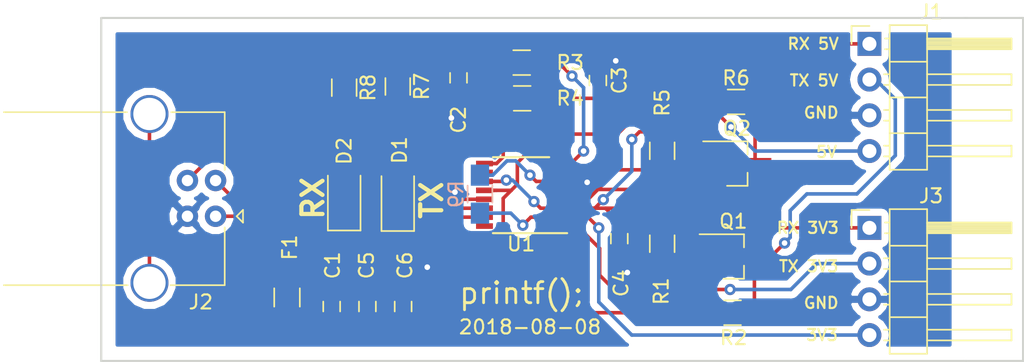
<source format=kicad_pcb>
(kicad_pcb (version 20171130) (host pcbnew "(5.0.0-3-g5ebb6b6)")

  (general
    (thickness 1.6)
    (drawings 18)
    (tracks 222)
    (zones 0)
    (modules 24)
    (nets 20)
  )

  (page A4)
  (layers
    (0 F.Cu signal)
    (31 B.Cu signal)
    (32 B.Adhes user)
    (33 F.Adhes user)
    (34 B.Paste user)
    (35 F.Paste user)
    (36 B.SilkS user)
    (37 F.SilkS user)
    (38 B.Mask user)
    (39 F.Mask user)
    (40 Dwgs.User user hide)
    (41 Cmts.User user)
    (42 Eco1.User user)
    (43 Eco2.User user)
    (44 Edge.Cuts user)
    (45 Margin user)
    (46 B.CrtYd user)
    (47 F.CrtYd user)
    (48 B.Fab user)
    (49 F.Fab user hide)
  )

  (setup
    (last_trace_width 0.254)
    (user_trace_width 0.254)
    (user_trace_width 0.508)
    (user_trace_width 0.762)
    (trace_clearance 0.2)
    (zone_clearance 0.508)
    (zone_45_only no)
    (trace_min 0.2)
    (segment_width 0.2)
    (edge_width 0.15)
    (via_size 0.8)
    (via_drill 0.4)
    (via_min_size 0.4)
    (via_min_drill 0.3)
    (uvia_size 0.3)
    (uvia_drill 0.1)
    (uvias_allowed no)
    (uvia_min_size 0.2)
    (uvia_min_drill 0.1)
    (pcb_text_width 0.15)
    (pcb_text_size 0.8 0.8)
    (mod_edge_width 0.15)
    (mod_text_size 1 1)
    (mod_text_width 0.15)
    (pad_size 1.524 1.524)
    (pad_drill 0.762)
    (pad_to_mask_clearance 0.2)
    (aux_axis_origin 0 0)
    (grid_origin 153.924 80.645)
    (visible_elements FFFFFF7F)
    (pcbplotparams
      (layerselection 0x010fc_ffffffff)
      (usegerberextensions false)
      (usegerberattributes false)
      (usegerberadvancedattributes false)
      (creategerberjobfile false)
      (excludeedgelayer true)
      (linewidth 0.100000)
      (plotframeref false)
      (viasonmask false)
      (mode 1)
      (useauxorigin false)
      (hpglpennumber 1)
      (hpglpenspeed 20)
      (hpglpendiameter 15.000000)
      (psnegative false)
      (psa4output false)
      (plotreference true)
      (plotvalue true)
      (plotinvisibletext false)
      (padsonsilk false)
      (subtractmaskfromsilk false)
      (outputformat 1)
      (mirror false)
      (drillshape 1)
      (scaleselection 1)
      (outputdirectory ""))
  )

  (net 0 "")
  (net 1 GND)
  (net 2 +5V)
  (net 3 "Net-(C2-Pad1)")
  (net 4 "Net-(C3-Pad1)")
  (net 5 +3V3)
  (net 6 /TXLED)
  (net 7 "Net-(D1-Pad2)")
  (net 8 "Net-(D2-Pad2)")
  (net 9 /RXLED)
  (net 10 "Net-(F1-Pad2)")
  (net 11 /RX5V)
  (net 12 /TX5V)
  (net 13 /TX3V3)
  (net 14 /RX3V3)
  (net 15 "Net-(J2-Pad5)")
  (net 16 "Net-(R3-Pad1)")
  (net 17 "Net-(R4-Pad1)")
  (net 18 "Net-(R9-Pad2)")
  (net 19 "Net-(R9-Pad1)")

  (net_class Default "This is the default net class."
    (clearance 0.2)
    (trace_width 0.25)
    (via_dia 0.8)
    (via_drill 0.4)
    (uvia_dia 0.3)
    (uvia_drill 0.1)
    (add_net +3V3)
    (add_net +5V)
    (add_net /RX3V3)
    (add_net /RX5V)
    (add_net /RXLED)
    (add_net /TX3V3)
    (add_net /TX5V)
    (add_net /TXLED)
    (add_net GND)
    (add_net "Net-(C2-Pad1)")
    (add_net "Net-(C3-Pad1)")
    (add_net "Net-(D1-Pad2)")
    (add_net "Net-(D2-Pad2)")
    (add_net "Net-(F1-Pad2)")
    (add_net "Net-(J2-Pad5)")
    (add_net "Net-(R3-Pad1)")
    (add_net "Net-(R4-Pad1)")
    (add_net "Net-(R9-Pad1)")
    (add_net "Net-(R9-Pad2)")
  )

  (module Capacitors_SMD:C_0603_HandSoldering (layer F.Cu) (tedit 58AA848B) (tstamp 5B91FC18)
    (at 130.175 93.03 90)
    (descr "Capacitor SMD 0603, hand soldering")
    (tags "capacitor 0603")
    (path /5B69ED00)
    (attr smd)
    (fp_text reference C1 (at 2.9235 0.0635 90) (layer F.SilkS)
      (effects (font (size 1 1) (thickness 0.15)))
    )
    (fp_text value 10nF (at 0 1.5 90) (layer F.Fab)
      (effects (font (size 1 1) (thickness 0.15)))
    )
    (fp_line (start 1.8 0.65) (end -1.8 0.65) (layer F.CrtYd) (width 0.05))
    (fp_line (start 1.8 0.65) (end 1.8 -0.65) (layer F.CrtYd) (width 0.05))
    (fp_line (start -1.8 -0.65) (end -1.8 0.65) (layer F.CrtYd) (width 0.05))
    (fp_line (start -1.8 -0.65) (end 1.8 -0.65) (layer F.CrtYd) (width 0.05))
    (fp_line (start 0.35 0.6) (end -0.35 0.6) (layer F.SilkS) (width 0.12))
    (fp_line (start -0.35 -0.6) (end 0.35 -0.6) (layer F.SilkS) (width 0.12))
    (fp_line (start -0.8 -0.4) (end 0.8 -0.4) (layer F.Fab) (width 0.1))
    (fp_line (start 0.8 -0.4) (end 0.8 0.4) (layer F.Fab) (width 0.1))
    (fp_line (start 0.8 0.4) (end -0.8 0.4) (layer F.Fab) (width 0.1))
    (fp_line (start -0.8 0.4) (end -0.8 -0.4) (layer F.Fab) (width 0.1))
    (fp_text user %R (at 0 -1.25 90) (layer F.Fab)
      (effects (font (size 1 1) (thickness 0.15)))
    )
    (pad 2 smd rect (at 0.95 0 90) (size 1.2 0.75) (layers F.Cu F.Paste F.Mask)
      (net 1 GND))
    (pad 1 smd rect (at -0.95 0 90) (size 1.2 0.75) (layers F.Cu F.Paste F.Mask)
      (net 2 +5V))
    (model Capacitors_SMD.3dshapes/C_0603.wrl
      (at (xyz 0 0 0))
      (scale (xyz 1 1 1))
      (rotate (xyz 0 0 0))
    )
  )

  (module Capacitors_SMD:C_0603_HandSoldering (layer F.Cu) (tedit 58AA848B) (tstamp 5B923A86)
    (at 139.192 76.774 270)
    (descr "Capacitor SMD 0603, hand soldering")
    (tags "capacitor 0603")
    (path /5B69EED7)
    (attr smd)
    (fp_text reference C2 (at 2.982 0 270) (layer F.SilkS)
      (effects (font (size 1 1) (thickness 0.15)))
    )
    (fp_text value 47pF (at 0 1.5 270) (layer F.Fab)
      (effects (font (size 1 1) (thickness 0.15)))
    )
    (fp_text user %R (at 0 -1.25 270) (layer F.Fab)
      (effects (font (size 1 1) (thickness 0.15)))
    )
    (fp_line (start -0.8 0.4) (end -0.8 -0.4) (layer F.Fab) (width 0.1))
    (fp_line (start 0.8 0.4) (end -0.8 0.4) (layer F.Fab) (width 0.1))
    (fp_line (start 0.8 -0.4) (end 0.8 0.4) (layer F.Fab) (width 0.1))
    (fp_line (start -0.8 -0.4) (end 0.8 -0.4) (layer F.Fab) (width 0.1))
    (fp_line (start -0.35 -0.6) (end 0.35 -0.6) (layer F.SilkS) (width 0.12))
    (fp_line (start 0.35 0.6) (end -0.35 0.6) (layer F.SilkS) (width 0.12))
    (fp_line (start -1.8 -0.65) (end 1.8 -0.65) (layer F.CrtYd) (width 0.05))
    (fp_line (start -1.8 -0.65) (end -1.8 0.65) (layer F.CrtYd) (width 0.05))
    (fp_line (start 1.8 0.65) (end 1.8 -0.65) (layer F.CrtYd) (width 0.05))
    (fp_line (start 1.8 0.65) (end -1.8 0.65) (layer F.CrtYd) (width 0.05))
    (pad 1 smd rect (at -0.95 0 270) (size 1.2 0.75) (layers F.Cu F.Paste F.Mask)
      (net 3 "Net-(C2-Pad1)"))
    (pad 2 smd rect (at 0.95 0 270) (size 1.2 0.75) (layers F.Cu F.Paste F.Mask)
      (net 1 GND))
    (model Capacitors_SMD.3dshapes/C_0603.wrl
      (at (xyz 0 0 0))
      (scale (xyz 1 1 1))
      (rotate (xyz 0 0 0))
    )
  )

  (module Capacitors_SMD:C_0603_HandSoldering (layer F.Cu) (tedit 58AA848B) (tstamp 5B923A56)
    (at 149.098 76.962 90)
    (descr "Capacitor SMD 0603, hand soldering")
    (tags "capacitor 0603")
    (path /5B69EF42)
    (attr smd)
    (fp_text reference C3 (at 0 1.524 90) (layer F.SilkS)
      (effects (font (size 1 1) (thickness 0.15)))
    )
    (fp_text value 47pF (at 0 1.5 90) (layer F.Fab)
      (effects (font (size 1 1) (thickness 0.15)))
    )
    (fp_line (start 1.8 0.65) (end -1.8 0.65) (layer F.CrtYd) (width 0.05))
    (fp_line (start 1.8 0.65) (end 1.8 -0.65) (layer F.CrtYd) (width 0.05))
    (fp_line (start -1.8 -0.65) (end -1.8 0.65) (layer F.CrtYd) (width 0.05))
    (fp_line (start -1.8 -0.65) (end 1.8 -0.65) (layer F.CrtYd) (width 0.05))
    (fp_line (start 0.35 0.6) (end -0.35 0.6) (layer F.SilkS) (width 0.12))
    (fp_line (start -0.35 -0.6) (end 0.35 -0.6) (layer F.SilkS) (width 0.12))
    (fp_line (start -0.8 -0.4) (end 0.8 -0.4) (layer F.Fab) (width 0.1))
    (fp_line (start 0.8 -0.4) (end 0.8 0.4) (layer F.Fab) (width 0.1))
    (fp_line (start 0.8 0.4) (end -0.8 0.4) (layer F.Fab) (width 0.1))
    (fp_line (start -0.8 0.4) (end -0.8 -0.4) (layer F.Fab) (width 0.1))
    (fp_text user %R (at 0 -1.25 90) (layer F.Fab)
      (effects (font (size 1 1) (thickness 0.15)))
    )
    (pad 2 smd rect (at 0.95 0 90) (size 1.2 0.75) (layers F.Cu F.Paste F.Mask)
      (net 1 GND))
    (pad 1 smd rect (at -0.95 0 90) (size 1.2 0.75) (layers F.Cu F.Paste F.Mask)
      (net 4 "Net-(C3-Pad1)"))
    (model Capacitors_SMD.3dshapes/C_0603.wrl
      (at (xyz 0 0 0))
      (scale (xyz 1 1 1))
      (rotate (xyz 0 0 0))
    )
  )

  (module Capacitors_SMD:C_0603_HandSoldering (layer F.Cu) (tedit 58AA848B) (tstamp 5B923A26)
    (at 150.622 88.204 270)
    (descr "Capacitor SMD 0603, hand soldering")
    (tags "capacitor 0603")
    (path /5B6A031B)
    (attr smd)
    (fp_text reference C4 (at 3.1725 -0.127 270) (layer F.SilkS)
      (effects (font (size 1 1) (thickness 0.15)))
    )
    (fp_text value 100nF (at 0 1.5 270) (layer F.Fab)
      (effects (font (size 1 1) (thickness 0.15)))
    )
    (fp_text user %R (at 0 -1.25 270) (layer F.Fab)
      (effects (font (size 1 1) (thickness 0.15)))
    )
    (fp_line (start -0.8 0.4) (end -0.8 -0.4) (layer F.Fab) (width 0.1))
    (fp_line (start 0.8 0.4) (end -0.8 0.4) (layer F.Fab) (width 0.1))
    (fp_line (start 0.8 -0.4) (end 0.8 0.4) (layer F.Fab) (width 0.1))
    (fp_line (start -0.8 -0.4) (end 0.8 -0.4) (layer F.Fab) (width 0.1))
    (fp_line (start -0.35 -0.6) (end 0.35 -0.6) (layer F.SilkS) (width 0.12))
    (fp_line (start 0.35 0.6) (end -0.35 0.6) (layer F.SilkS) (width 0.12))
    (fp_line (start -1.8 -0.65) (end 1.8 -0.65) (layer F.CrtYd) (width 0.05))
    (fp_line (start -1.8 -0.65) (end -1.8 0.65) (layer F.CrtYd) (width 0.05))
    (fp_line (start 1.8 0.65) (end 1.8 -0.65) (layer F.CrtYd) (width 0.05))
    (fp_line (start 1.8 0.65) (end -1.8 0.65) (layer F.CrtYd) (width 0.05))
    (pad 1 smd rect (at -0.95 0 270) (size 1.2 0.75) (layers F.Cu F.Paste F.Mask)
      (net 5 +3V3))
    (pad 2 smd rect (at 0.95 0 270) (size 1.2 0.75) (layers F.Cu F.Paste F.Mask)
      (net 1 GND))
    (model Capacitors_SMD.3dshapes/C_0603.wrl
      (at (xyz 0 0 0))
      (scale (xyz 1 1 1))
      (rotate (xyz 0 0 0))
    )
  )

  (module Capacitors_SMD:C_0603_HandSoldering (layer F.Cu) (tedit 58AA848B) (tstamp 5B91FC5C)
    (at 132.715 93.03 90)
    (descr "Capacitor SMD 0603, hand soldering")
    (tags "capacitor 0603")
    (path /5B6A1A90)
    (attr smd)
    (fp_text reference C5 (at 2.9235 -0.0635 90) (layer F.SilkS)
      (effects (font (size 1 1) (thickness 0.15)))
    )
    (fp_text value 100nF (at 0 1.5 90) (layer F.Fab)
      (effects (font (size 1 1) (thickness 0.15)))
    )
    (fp_line (start 1.8 0.65) (end -1.8 0.65) (layer F.CrtYd) (width 0.05))
    (fp_line (start 1.8 0.65) (end 1.8 -0.65) (layer F.CrtYd) (width 0.05))
    (fp_line (start -1.8 -0.65) (end -1.8 0.65) (layer F.CrtYd) (width 0.05))
    (fp_line (start -1.8 -0.65) (end 1.8 -0.65) (layer F.CrtYd) (width 0.05))
    (fp_line (start 0.35 0.6) (end -0.35 0.6) (layer F.SilkS) (width 0.12))
    (fp_line (start -0.35 -0.6) (end 0.35 -0.6) (layer F.SilkS) (width 0.12))
    (fp_line (start -0.8 -0.4) (end 0.8 -0.4) (layer F.Fab) (width 0.1))
    (fp_line (start 0.8 -0.4) (end 0.8 0.4) (layer F.Fab) (width 0.1))
    (fp_line (start 0.8 0.4) (end -0.8 0.4) (layer F.Fab) (width 0.1))
    (fp_line (start -0.8 0.4) (end -0.8 -0.4) (layer F.Fab) (width 0.1))
    (fp_text user %R (at 0 -1.25 90) (layer F.Fab)
      (effects (font (size 1 1) (thickness 0.15)))
    )
    (pad 2 smd rect (at 0.95 0 90) (size 1.2 0.75) (layers F.Cu F.Paste F.Mask)
      (net 1 GND))
    (pad 1 smd rect (at -0.95 0 90) (size 1.2 0.75) (layers F.Cu F.Paste F.Mask)
      (net 2 +5V))
    (model Capacitors_SMD.3dshapes/C_0603.wrl
      (at (xyz 0 0 0))
      (scale (xyz 1 1 1))
      (rotate (xyz 0 0 0))
    )
  )

  (module Capacitors_SMD:C_0603_HandSoldering (layer F.Cu) (tedit 58AA848B) (tstamp 5B91FC6D)
    (at 135.255 93.03 90)
    (descr "Capacitor SMD 0603, hand soldering")
    (tags "capacitor 0603")
    (path /5B6A1AC9)
    (attr smd)
    (fp_text reference C6 (at 2.9235 0.127 90) (layer F.SilkS)
      (effects (font (size 1 1) (thickness 0.15)))
    )
    (fp_text value 4.7uF (at 0 1.5 90) (layer F.Fab)
      (effects (font (size 1 1) (thickness 0.15)))
    )
    (fp_text user %R (at 0 -1.25 90) (layer F.Fab)
      (effects (font (size 1 1) (thickness 0.15)))
    )
    (fp_line (start -0.8 0.4) (end -0.8 -0.4) (layer F.Fab) (width 0.1))
    (fp_line (start 0.8 0.4) (end -0.8 0.4) (layer F.Fab) (width 0.1))
    (fp_line (start 0.8 -0.4) (end 0.8 0.4) (layer F.Fab) (width 0.1))
    (fp_line (start -0.8 -0.4) (end 0.8 -0.4) (layer F.Fab) (width 0.1))
    (fp_line (start -0.35 -0.6) (end 0.35 -0.6) (layer F.SilkS) (width 0.12))
    (fp_line (start 0.35 0.6) (end -0.35 0.6) (layer F.SilkS) (width 0.12))
    (fp_line (start -1.8 -0.65) (end 1.8 -0.65) (layer F.CrtYd) (width 0.05))
    (fp_line (start -1.8 -0.65) (end -1.8 0.65) (layer F.CrtYd) (width 0.05))
    (fp_line (start 1.8 0.65) (end 1.8 -0.65) (layer F.CrtYd) (width 0.05))
    (fp_line (start 1.8 0.65) (end -1.8 0.65) (layer F.CrtYd) (width 0.05))
    (pad 1 smd rect (at -0.95 0 90) (size 1.2 0.75) (layers F.Cu F.Paste F.Mask)
      (net 2 +5V))
    (pad 2 smd rect (at 0.95 0 90) (size 1.2 0.75) (layers F.Cu F.Paste F.Mask)
      (net 1 GND))
    (model Capacitors_SMD.3dshapes/C_0603.wrl
      (at (xyz 0 0 0))
      (scale (xyz 1 1 1))
      (rotate (xyz 0 0 0))
    )
  )

  (module LED_SMD:LED_1206_3216Metric_Pad1.07x1.80mm_HandSolder (layer F.Cu) (tedit 5A00A67C) (tstamp 5B92146C)
    (at 134.874 85.363 90)
    (descr "LED SMD 1206 (3216 Metric), square (rectangular) end terminal, IPC_7351 nominal, (Body size source: http://www.tortai-tech.com/upload/download/2011102023233369053.pdf), generated with kicad-footprint-generator")
    (tags "LED handsolder")
    (path /5B6C451A)
    (attr smd)
    (fp_text reference D1 (at 3.448 0.127 90) (layer F.SilkS)
      (effects (font (size 1 1) (thickness 0.15)))
    )
    (fp_text value LED (at 0 2.05 90) (layer F.Fab)
      (effects (font (size 1 1) (thickness 0.15)))
    )
    (fp_line (start 1.6 -0.8) (end -1.2 -0.8) (layer F.Fab) (width 0.1))
    (fp_line (start -1.2 -0.8) (end -1.6 -0.4) (layer F.Fab) (width 0.1))
    (fp_line (start -1.6 -0.4) (end -1.6 0.8) (layer F.Fab) (width 0.1))
    (fp_line (start -1.6 0.8) (end 1.6 0.8) (layer F.Fab) (width 0.1))
    (fp_line (start 1.6 0.8) (end 1.6 -0.8) (layer F.Fab) (width 0.1))
    (fp_line (start 1.6 -1.16) (end -2.3 -1.16) (layer F.SilkS) (width 0.12))
    (fp_line (start -2.3 -1.16) (end -2.3 1.16) (layer F.SilkS) (width 0.12))
    (fp_line (start -2.3 1.16) (end 1.6 1.16) (layer F.SilkS) (width 0.12))
    (fp_line (start -2.29 1.15) (end -2.29 -1.15) (layer F.CrtYd) (width 0.05))
    (fp_line (start -2.29 -1.15) (end 2.29 -1.15) (layer F.CrtYd) (width 0.05))
    (fp_line (start 2.29 -1.15) (end 2.29 1.15) (layer F.CrtYd) (width 0.05))
    (fp_line (start 2.29 1.15) (end -2.29 1.15) (layer F.CrtYd) (width 0.05))
    (fp_text user %R (at 0 0 90) (layer F.Fab)
      (effects (font (size 0.8 0.8) (thickness 0.12)))
    )
    (pad 1 smd rect (at -1.505 0 90) (size 1.07 1.8) (layers F.Cu F.Paste F.Mask)
      (net 6 /TXLED))
    (pad 2 smd rect (at 1.505 0 90) (size 1.07 1.8) (layers F.Cu F.Paste F.Mask)
      (net 7 "Net-(D1-Pad2)"))
    (model ${KISYS3DMOD}/LED_SMD.3dshapes/LED_1206_3216Metric.wrl
      (at (xyz 0 0 0))
      (scale (xyz 1 1 1))
      (rotate (xyz 0 0 0))
    )
  )

  (module LED_SMD:LED_1206_3216Metric_Pad1.07x1.80mm_HandSolder (layer F.Cu) (tedit 5A00A67C) (tstamp 5B91FC93)
    (at 131.064 85.325 90)
    (descr "LED SMD 1206 (3216 Metric), square (rectangular) end terminal, IPC_7351 nominal, (Body size source: http://www.tortai-tech.com/upload/download/2011102023233369053.pdf), generated with kicad-footprint-generator")
    (tags "LED handsolder")
    (path /5B6C8111)
    (attr smd)
    (fp_text reference D2 (at 3.3465 0 90) (layer F.SilkS)
      (effects (font (size 1 1) (thickness 0.15)))
    )
    (fp_text value LED (at 0 2.05 90) (layer F.Fab)
      (effects (font (size 1 1) (thickness 0.15)))
    )
    (fp_text user %R (at 0 0 90) (layer F.Fab)
      (effects (font (size 0.8 0.8) (thickness 0.12)))
    )
    (fp_line (start 2.29 1.15) (end -2.29 1.15) (layer F.CrtYd) (width 0.05))
    (fp_line (start 2.29 -1.15) (end 2.29 1.15) (layer F.CrtYd) (width 0.05))
    (fp_line (start -2.29 -1.15) (end 2.29 -1.15) (layer F.CrtYd) (width 0.05))
    (fp_line (start -2.29 1.15) (end -2.29 -1.15) (layer F.CrtYd) (width 0.05))
    (fp_line (start -2.3 1.16) (end 1.6 1.16) (layer F.SilkS) (width 0.12))
    (fp_line (start -2.3 -1.16) (end -2.3 1.16) (layer F.SilkS) (width 0.12))
    (fp_line (start 1.6 -1.16) (end -2.3 -1.16) (layer F.SilkS) (width 0.12))
    (fp_line (start 1.6 0.8) (end 1.6 -0.8) (layer F.Fab) (width 0.1))
    (fp_line (start -1.6 0.8) (end 1.6 0.8) (layer F.Fab) (width 0.1))
    (fp_line (start -1.6 -0.4) (end -1.6 0.8) (layer F.Fab) (width 0.1))
    (fp_line (start -1.2 -0.8) (end -1.6 -0.4) (layer F.Fab) (width 0.1))
    (fp_line (start 1.6 -0.8) (end -1.2 -0.8) (layer F.Fab) (width 0.1))
    (pad 2 smd rect (at 1.505 0 90) (size 1.07 1.8) (layers F.Cu F.Paste F.Mask)
      (net 8 "Net-(D2-Pad2)"))
    (pad 1 smd rect (at -1.505 0 90) (size 1.07 1.8) (layers F.Cu F.Paste F.Mask)
      (net 9 /RXLED))
    (model ${KISYS3DMOD}/LED_SMD.3dshapes/LED_1206_3216Metric.wrl
      (at (xyz 0 0 0))
      (scale (xyz 1 1 1))
      (rotate (xyz 0 0 0))
    )
  )

  (module Fuse:Fuse_1206_3216Metric_Pad1.24x1.80mm_HandSolder (layer F.Cu) (tedit 5A1C8A67) (tstamp 5B91FCA4)
    (at 127 92.3875 90)
    (descr "Fuse SMD 1206 (3216 Metric), square (rectangular) end terminal, IPC_7351 nominal with elongated pad for handsoldering. (Body size source: http://www.tortai-tech.com/upload/download/2011102023233369053.pdf), generated with kicad-footprint-generator")
    (tags "resistor handsolder")
    (path /5B69EA59)
    (attr smd)
    (fp_text reference F1 (at 3.551 0.1905 90) (layer F.SilkS)
      (effects (font (size 1 1) (thickness 0.15)))
    )
    (fp_text value Polyfuse_Small (at 0 2.05 90) (layer F.Fab)
      (effects (font (size 1 1) (thickness 0.15)))
    )
    (fp_line (start -1.6 0.8) (end -1.6 -0.8) (layer F.Fab) (width 0.1))
    (fp_line (start -1.6 -0.8) (end 1.6 -0.8) (layer F.Fab) (width 0.1))
    (fp_line (start 1.6 -0.8) (end 1.6 0.8) (layer F.Fab) (width 0.1))
    (fp_line (start 1.6 0.8) (end -1.6 0.8) (layer F.Fab) (width 0.1))
    (fp_line (start -0.65 -0.91) (end 0.65 -0.91) (layer F.SilkS) (width 0.12))
    (fp_line (start -0.65 0.91) (end 0.65 0.91) (layer F.SilkS) (width 0.12))
    (fp_line (start -2.46 1.15) (end -2.46 -1.15) (layer F.CrtYd) (width 0.05))
    (fp_line (start -2.46 -1.15) (end 2.46 -1.15) (layer F.CrtYd) (width 0.05))
    (fp_line (start 2.46 -1.15) (end 2.46 1.15) (layer F.CrtYd) (width 0.05))
    (fp_line (start 2.46 1.15) (end -2.46 1.15) (layer F.CrtYd) (width 0.05))
    (fp_text user %R (at 0 0 90) (layer F.Fab)
      (effects (font (size 0.8 0.8) (thickness 0.12)))
    )
    (pad 1 smd rect (at -1.5925 0 90) (size 1.245 1.8) (layers F.Cu F.Paste F.Mask)
      (net 2 +5V))
    (pad 2 smd rect (at 1.5925 0 90) (size 1.245 1.8) (layers F.Cu F.Paste F.Mask)
      (net 10 "Net-(F1-Pad2)"))
    (model ${KISYS3DMOD}/Fuse.3dshapes/Fuse_1206_3216Metric.wrl
      (at (xyz 0 0 0))
      (scale (xyz 1 1 1))
      (rotate (xyz 0 0 0))
    )
  )

  (module Connector_USB:USB_B_Horizontal (layer F.Cu) (tedit 5A1DC0BD) (tstamp 5B91FD00)
    (at 121.92 86.614 180)
    (descr "USB B connector")
    (tags "USB_B USB_DEV")
    (path /5B69D8C1)
    (fp_text reference J2 (at 1.05 -6.1 180) (layer F.SilkS)
      (effects (font (size 1 1) (thickness 0.15)))
    )
    (fp_text value USB_B (at 1.05 8.85 180) (layer F.Fab)
      (effects (font (size 1 1) (thickness 0.15)))
    )
    (fp_text user %R (at 7.5 1.3 180) (layer F.Fab)
      (effects (font (size 1 1) (thickness 0.15)))
    )
    (fp_line (start 6.3 7.4) (end 15.05 7.4) (layer F.SilkS) (width 0.12))
    (fp_line (start -0.65 7.4) (end 3.15 7.4) (layer F.SilkS) (width 0.12))
    (fp_line (start -0.65 3.3) (end -0.65 7.4) (layer F.SilkS) (width 0.12))
    (fp_line (start 6.25 -4.9) (end 15.05 -4.9) (layer F.SilkS) (width 0.12))
    (fp_line (start -0.65 -4.9) (end 3.2 -4.9) (layer F.SilkS) (width 0.12))
    (fp_line (start -0.65 -0.8) (end -0.65 -4.9) (layer F.SilkS) (width 0.12))
    (fp_line (start -1.95 0.45) (end -1.5 0) (layer F.SilkS) (width 0.12))
    (fp_line (start -1.95 -0.45) (end -1.95 0.45) (layer F.SilkS) (width 0.12))
    (fp_line (start -1.5 0) (end -1.95 -0.45) (layer F.SilkS) (width 0.12))
    (fp_line (start 15.05 -4.75) (end 15.05 7.25) (layer F.Fab) (width 0.12))
    (fp_line (start 15 7.25) (end -0.5 7.25) (layer F.Fab) (width 0.12))
    (fp_line (start -0.5 -4.75) (end -0.5 7.25) (layer F.Fab) (width 0.12))
    (fp_line (start 15 -4.75) (end -0.5 -4.75) (layer F.Fab) (width 0.12))
    (fp_line (start -1.01 -6.33) (end 15.3 -6.33) (layer F.CrtYd) (width 0.05))
    (fp_line (start -1.01 -6.33) (end -1.01 8.87) (layer F.CrtYd) (width 0.05))
    (fp_line (start 15.3 8.87) (end 15.3 -6.33) (layer F.CrtYd) (width 0.05))
    (fp_line (start 15.3 8.87) (end -1.01 8.87) (layer F.CrtYd) (width 0.05))
    (pad 2 thru_hole circle (at 0 2.54 90) (size 1.52 1.52) (drill 0.81) (layers *.Cu *.Mask)
      (net 4 "Net-(C3-Pad1)"))
    (pad 1 thru_hole circle (at 0 0 90) (size 1.52 1.52) (drill 0.81) (layers *.Cu *.Mask)
      (net 10 "Net-(F1-Pad2)"))
    (pad 4 thru_hole circle (at 2 0 90) (size 1.52 1.52) (drill 0.81) (layers *.Cu *.Mask)
      (net 1 GND))
    (pad 3 thru_hole circle (at 2 2.54 90) (size 1.52 1.52) (drill 0.81) (layers *.Cu *.Mask)
      (net 3 "Net-(C2-Pad1)"))
    (pad 5 thru_hole circle (at 4.7 7.27 90) (size 2.7 2.7) (drill 2.3) (layers *.Cu *.Mask)
      (net 15 "Net-(J2-Pad5)"))
    (pad 5 thru_hole circle (at 4.7 -4.73 90) (size 2.7 2.7) (drill 2.3) (layers *.Cu *.Mask)
      (net 15 "Net-(J2-Pad5)"))
    (model ${KISYS3DMOD}/Connector_USB.3dshapes/USB_B_Horizontal.wrl
      (at (xyz 0 0 0))
      (scale (xyz 1 1 1))
      (rotate (xyz 0 0 0))
    )
  )

  (module Package_TO_SOT_SMD:SOT-23_Handsoldering (layer F.Cu) (tedit 5A0AB76C) (tstamp 5B924E98)
    (at 158.726 89.474)
    (descr "SOT-23, Handsoldering")
    (tags SOT-23)
    (path /5B6CEB98)
    (attr smd)
    (fp_text reference Q1 (at 0 -2.5) (layer F.SilkS)
      (effects (font (size 1 1) (thickness 0.15)))
    )
    (fp_text value DMG2302UK (at 0 2.5) (layer F.Fab)
      (effects (font (size 1 1) (thickness 0.15)))
    )
    (fp_text user %R (at 0 0 90) (layer F.Fab)
      (effects (font (size 0.5 0.5) (thickness 0.075)))
    )
    (fp_line (start 0.76 1.58) (end 0.76 0.65) (layer F.SilkS) (width 0.12))
    (fp_line (start 0.76 -1.58) (end 0.76 -0.65) (layer F.SilkS) (width 0.12))
    (fp_line (start -2.7 -1.75) (end 2.7 -1.75) (layer F.CrtYd) (width 0.05))
    (fp_line (start 2.7 -1.75) (end 2.7 1.75) (layer F.CrtYd) (width 0.05))
    (fp_line (start 2.7 1.75) (end -2.7 1.75) (layer F.CrtYd) (width 0.05))
    (fp_line (start -2.7 1.75) (end -2.7 -1.75) (layer F.CrtYd) (width 0.05))
    (fp_line (start 0.76 -1.58) (end -2.4 -1.58) (layer F.SilkS) (width 0.12))
    (fp_line (start -0.7 -0.95) (end -0.7 1.5) (layer F.Fab) (width 0.1))
    (fp_line (start -0.15 -1.52) (end 0.7 -1.52) (layer F.Fab) (width 0.1))
    (fp_line (start -0.7 -0.95) (end -0.15 -1.52) (layer F.Fab) (width 0.1))
    (fp_line (start 0.7 -1.52) (end 0.7 1.52) (layer F.Fab) (width 0.1))
    (fp_line (start -0.7 1.52) (end 0.7 1.52) (layer F.Fab) (width 0.1))
    (fp_line (start 0.76 1.58) (end -0.7 1.58) (layer F.SilkS) (width 0.12))
    (pad 1 smd rect (at -1.5 -0.95) (size 1.9 0.8) (layers F.Cu F.Paste F.Mask)
      (net 5 +3V3))
    (pad 2 smd rect (at -1.5 0.95) (size 1.9 0.8) (layers F.Cu F.Paste F.Mask)
      (net 13 /TX3V3))
    (pad 3 smd rect (at 1.5 0) (size 1.9 0.8) (layers F.Cu F.Paste F.Mask)
      (net 12 /TX5V))
    (model ${KISYS3DMOD}/Package_TO_SOT_SMD.3dshapes/SOT-23.wrl
      (at (xyz 0 0 0))
      (scale (xyz 1 1 1))
      (rotate (xyz 0 0 0))
    )
  )

  (module Package_TO_SOT_SMD:SOT-23_Handsoldering (layer F.Cu) (tedit 5A0AB76C) (tstamp 5B91FD6A)
    (at 158.98 82.87)
    (descr "SOT-23, Handsoldering")
    (tags SOT-23)
    (path /5B6CED67)
    (attr smd)
    (fp_text reference Q2 (at 0 -2.5) (layer F.SilkS)
      (effects (font (size 1 1) (thickness 0.15)))
    )
    (fp_text value DMG2302UK (at 0 2.5) (layer F.Fab)
      (effects (font (size 1 1) (thickness 0.15)))
    )
    (fp_line (start 0.76 1.58) (end -0.7 1.58) (layer F.SilkS) (width 0.12))
    (fp_line (start -0.7 1.52) (end 0.7 1.52) (layer F.Fab) (width 0.1))
    (fp_line (start 0.7 -1.52) (end 0.7 1.52) (layer F.Fab) (width 0.1))
    (fp_line (start -0.7 -0.95) (end -0.15 -1.52) (layer F.Fab) (width 0.1))
    (fp_line (start -0.15 -1.52) (end 0.7 -1.52) (layer F.Fab) (width 0.1))
    (fp_line (start -0.7 -0.95) (end -0.7 1.5) (layer F.Fab) (width 0.1))
    (fp_line (start 0.76 -1.58) (end -2.4 -1.58) (layer F.SilkS) (width 0.12))
    (fp_line (start -2.7 1.75) (end -2.7 -1.75) (layer F.CrtYd) (width 0.05))
    (fp_line (start 2.7 1.75) (end -2.7 1.75) (layer F.CrtYd) (width 0.05))
    (fp_line (start 2.7 -1.75) (end 2.7 1.75) (layer F.CrtYd) (width 0.05))
    (fp_line (start -2.7 -1.75) (end 2.7 -1.75) (layer F.CrtYd) (width 0.05))
    (fp_line (start 0.76 -1.58) (end 0.76 -0.65) (layer F.SilkS) (width 0.12))
    (fp_line (start 0.76 1.58) (end 0.76 0.65) (layer F.SilkS) (width 0.12))
    (fp_text user %R (at 0 0 90) (layer F.Fab)
      (effects (font (size 0.5 0.5) (thickness 0.075)))
    )
    (pad 3 smd rect (at 1.5 0) (size 1.9 0.8) (layers F.Cu F.Paste F.Mask)
      (net 11 /RX5V))
    (pad 2 smd rect (at -1.5 0.95) (size 1.9 0.8) (layers F.Cu F.Paste F.Mask)
      (net 14 /RX3V3))
    (pad 1 smd rect (at -1.5 -0.95) (size 1.9 0.8) (layers F.Cu F.Paste F.Mask)
      (net 5 +3V3))
    (model ${KISYS3DMOD}/Package_TO_SOT_SMD.3dshapes/SOT-23.wrl
      (at (xyz 0 0 0))
      (scale (xyz 1 1 1))
      (rotate (xyz 0 0 0))
    )
  )

  (module Resistors_SMD:R_0805_HandSoldering (layer F.Cu) (tedit 58E0A804) (tstamp 5B91FD7B)
    (at 153.67 88.566 270)
    (descr "Resistor SMD 0805, hand soldering")
    (tags "resistor 0805")
    (path /5B6A49EA)
    (attr smd)
    (fp_text reference R1 (at 3.382 0.0635 270) (layer F.SilkS)
      (effects (font (size 1 1) (thickness 0.15)))
    )
    (fp_text value 10K (at 0 1.75 270) (layer F.Fab)
      (effects (font (size 1 1) (thickness 0.15)))
    )
    (fp_line (start 2.35 0.9) (end -2.35 0.9) (layer F.CrtYd) (width 0.05))
    (fp_line (start 2.35 0.9) (end 2.35 -0.9) (layer F.CrtYd) (width 0.05))
    (fp_line (start -2.35 -0.9) (end -2.35 0.9) (layer F.CrtYd) (width 0.05))
    (fp_line (start -2.35 -0.9) (end 2.35 -0.9) (layer F.CrtYd) (width 0.05))
    (fp_line (start -0.6 -0.88) (end 0.6 -0.88) (layer F.SilkS) (width 0.12))
    (fp_line (start 0.6 0.88) (end -0.6 0.88) (layer F.SilkS) (width 0.12))
    (fp_line (start -1 -0.62) (end 1 -0.62) (layer F.Fab) (width 0.1))
    (fp_line (start 1 -0.62) (end 1 0.62) (layer F.Fab) (width 0.1))
    (fp_line (start 1 0.62) (end -1 0.62) (layer F.Fab) (width 0.1))
    (fp_line (start -1 0.62) (end -1 -0.62) (layer F.Fab) (width 0.1))
    (fp_text user %R (at 0 0 270) (layer F.Fab)
      (effects (font (size 0.5 0.5) (thickness 0.075)))
    )
    (pad 2 smd rect (at 1.35 0 270) (size 1.5 1.3) (layers F.Cu F.Paste F.Mask)
      (net 13 /TX3V3))
    (pad 1 smd rect (at -1.35 0 270) (size 1.5 1.3) (layers F.Cu F.Paste F.Mask)
      (net 5 +3V3))
    (model ${KISYS3DMOD}/Resistors_SMD.3dshapes/R_0805.wrl
      (at (xyz 0 0 0))
      (scale (xyz 1 1 1))
      (rotate (xyz 0 0 0))
    )
  )

  (module Resistors_SMD:R_0805_HandSoldering (layer F.Cu) (tedit 58E0A804) (tstamp 5B91FD8C)
    (at 158.67 93.472)
    (descr "Resistor SMD 0805, hand soldering")
    (tags "resistor 0805")
    (path /5B6A6224)
    (attr smd)
    (fp_text reference R2 (at 0.08 1.778) (layer F.SilkS)
      (effects (font (size 1 1) (thickness 0.15)))
    )
    (fp_text value 10K (at 0 1.75) (layer F.Fab)
      (effects (font (size 1 1) (thickness 0.15)))
    )
    (fp_text user %R (at 0 0) (layer F.Fab)
      (effects (font (size 0.5 0.5) (thickness 0.075)))
    )
    (fp_line (start -1 0.62) (end -1 -0.62) (layer F.Fab) (width 0.1))
    (fp_line (start 1 0.62) (end -1 0.62) (layer F.Fab) (width 0.1))
    (fp_line (start 1 -0.62) (end 1 0.62) (layer F.Fab) (width 0.1))
    (fp_line (start -1 -0.62) (end 1 -0.62) (layer F.Fab) (width 0.1))
    (fp_line (start 0.6 0.88) (end -0.6 0.88) (layer F.SilkS) (width 0.12))
    (fp_line (start -0.6 -0.88) (end 0.6 -0.88) (layer F.SilkS) (width 0.12))
    (fp_line (start -2.35 -0.9) (end 2.35 -0.9) (layer F.CrtYd) (width 0.05))
    (fp_line (start -2.35 -0.9) (end -2.35 0.9) (layer F.CrtYd) (width 0.05))
    (fp_line (start 2.35 0.9) (end 2.35 -0.9) (layer F.CrtYd) (width 0.05))
    (fp_line (start 2.35 0.9) (end -2.35 0.9) (layer F.CrtYd) (width 0.05))
    (pad 1 smd rect (at -1.35 0) (size 1.5 1.3) (layers F.Cu F.Paste F.Mask)
      (net 2 +5V))
    (pad 2 smd rect (at 1.35 0) (size 1.5 1.3) (layers F.Cu F.Paste F.Mask)
      (net 12 /TX5V))
    (model ${KISYS3DMOD}/Resistors_SMD.3dshapes/R_0805.wrl
      (at (xyz 0 0 0))
      (scale (xyz 1 1 1))
      (rotate (xyz 0 0 0))
    )
  )

  (module Resistors_SMD:R_0805_HandSoldering (layer F.Cu) (tedit 58E0A804) (tstamp 5B923AE6)
    (at 143.684 75.692 180)
    (descr "Resistor SMD 0805, hand soldering")
    (tags "resistor 0805")
    (path /5B69DB25)
    (attr smd)
    (fp_text reference R3 (at -3.4455 0 180) (layer F.SilkS)
      (effects (font (size 1 1) (thickness 0.15)))
    )
    (fp_text value 27R (at 0 1.75 180) (layer F.Fab)
      (effects (font (size 1 1) (thickness 0.15)))
    )
    (fp_line (start 2.35 0.9) (end -2.35 0.9) (layer F.CrtYd) (width 0.05))
    (fp_line (start 2.35 0.9) (end 2.35 -0.9) (layer F.CrtYd) (width 0.05))
    (fp_line (start -2.35 -0.9) (end -2.35 0.9) (layer F.CrtYd) (width 0.05))
    (fp_line (start -2.35 -0.9) (end 2.35 -0.9) (layer F.CrtYd) (width 0.05))
    (fp_line (start -0.6 -0.88) (end 0.6 -0.88) (layer F.SilkS) (width 0.12))
    (fp_line (start 0.6 0.88) (end -0.6 0.88) (layer F.SilkS) (width 0.12))
    (fp_line (start -1 -0.62) (end 1 -0.62) (layer F.Fab) (width 0.1))
    (fp_line (start 1 -0.62) (end 1 0.62) (layer F.Fab) (width 0.1))
    (fp_line (start 1 0.62) (end -1 0.62) (layer F.Fab) (width 0.1))
    (fp_line (start -1 0.62) (end -1 -0.62) (layer F.Fab) (width 0.1))
    (fp_text user %R (at 0 0 180) (layer F.Fab)
      (effects (font (size 0.5 0.5) (thickness 0.075)))
    )
    (pad 2 smd rect (at 1.35 0 180) (size 1.5 1.3) (layers F.Cu F.Paste F.Mask)
      (net 3 "Net-(C2-Pad1)"))
    (pad 1 smd rect (at -1.35 0 180) (size 1.5 1.3) (layers F.Cu F.Paste F.Mask)
      (net 16 "Net-(R3-Pad1)"))
    (model ${KISYS3DMOD}/Resistors_SMD.3dshapes/R_0805.wrl
      (at (xyz 0 0 0))
      (scale (xyz 1 1 1))
      (rotate (xyz 0 0 0))
    )
  )

  (module Resistors_SMD:R_0805_HandSoldering (layer F.Cu) (tedit 58E0A804) (tstamp 5B923AB6)
    (at 143.717 78.232)
    (descr "Resistor SMD 0805, hand soldering")
    (tags "resistor 0805")
    (path /5B69DC0D)
    (attr smd)
    (fp_text reference R4 (at 3.4125 0) (layer F.SilkS)
      (effects (font (size 1 1) (thickness 0.15)))
    )
    (fp_text value 27R (at 0 1.75) (layer F.Fab)
      (effects (font (size 1 1) (thickness 0.15)))
    )
    (fp_text user %R (at 0 0) (layer F.Fab)
      (effects (font (size 0.5 0.5) (thickness 0.075)))
    )
    (fp_line (start -1 0.62) (end -1 -0.62) (layer F.Fab) (width 0.1))
    (fp_line (start 1 0.62) (end -1 0.62) (layer F.Fab) (width 0.1))
    (fp_line (start 1 -0.62) (end 1 0.62) (layer F.Fab) (width 0.1))
    (fp_line (start -1 -0.62) (end 1 -0.62) (layer F.Fab) (width 0.1))
    (fp_line (start 0.6 0.88) (end -0.6 0.88) (layer F.SilkS) (width 0.12))
    (fp_line (start -0.6 -0.88) (end 0.6 -0.88) (layer F.SilkS) (width 0.12))
    (fp_line (start -2.35 -0.9) (end 2.35 -0.9) (layer F.CrtYd) (width 0.05))
    (fp_line (start -2.35 -0.9) (end -2.35 0.9) (layer F.CrtYd) (width 0.05))
    (fp_line (start 2.35 0.9) (end 2.35 -0.9) (layer F.CrtYd) (width 0.05))
    (fp_line (start 2.35 0.9) (end -2.35 0.9) (layer F.CrtYd) (width 0.05))
    (pad 1 smd rect (at -1.35 0) (size 1.5 1.3) (layers F.Cu F.Paste F.Mask)
      (net 17 "Net-(R4-Pad1)"))
    (pad 2 smd rect (at 1.35 0) (size 1.5 1.3) (layers F.Cu F.Paste F.Mask)
      (net 4 "Net-(C3-Pad1)"))
    (model ${KISYS3DMOD}/Resistors_SMD.3dshapes/R_0805.wrl
      (at (xyz 0 0 0))
      (scale (xyz 1 1 1))
      (rotate (xyz 0 0 0))
    )
  )

  (module Resistors_SMD:R_0805_HandSoldering (layer F.Cu) (tedit 58E0A804) (tstamp 5B91FDBF)
    (at 153.67 81.962 270)
    (descr "Resistor SMD 0805, hand soldering")
    (tags "resistor 0805")
    (path /5B6A7F69)
    (attr smd)
    (fp_text reference R5 (at -3.4125 0 270) (layer F.SilkS)
      (effects (font (size 1 1) (thickness 0.15)))
    )
    (fp_text value 10K (at 0 1.75 270) (layer F.Fab)
      (effects (font (size 1 1) (thickness 0.15)))
    )
    (fp_line (start 2.35 0.9) (end -2.35 0.9) (layer F.CrtYd) (width 0.05))
    (fp_line (start 2.35 0.9) (end 2.35 -0.9) (layer F.CrtYd) (width 0.05))
    (fp_line (start -2.35 -0.9) (end -2.35 0.9) (layer F.CrtYd) (width 0.05))
    (fp_line (start -2.35 -0.9) (end 2.35 -0.9) (layer F.CrtYd) (width 0.05))
    (fp_line (start -0.6 -0.88) (end 0.6 -0.88) (layer F.SilkS) (width 0.12))
    (fp_line (start 0.6 0.88) (end -0.6 0.88) (layer F.SilkS) (width 0.12))
    (fp_line (start -1 -0.62) (end 1 -0.62) (layer F.Fab) (width 0.1))
    (fp_line (start 1 -0.62) (end 1 0.62) (layer F.Fab) (width 0.1))
    (fp_line (start 1 0.62) (end -1 0.62) (layer F.Fab) (width 0.1))
    (fp_line (start -1 0.62) (end -1 -0.62) (layer F.Fab) (width 0.1))
    (fp_text user %R (at 0 0 270) (layer F.Fab)
      (effects (font (size 0.5 0.5) (thickness 0.075)))
    )
    (pad 2 smd rect (at 1.35 0 270) (size 1.5 1.3) (layers F.Cu F.Paste F.Mask)
      (net 14 /RX3V3))
    (pad 1 smd rect (at -1.35 0 270) (size 1.5 1.3) (layers F.Cu F.Paste F.Mask)
      (net 5 +3V3))
    (model ${KISYS3DMOD}/Resistors_SMD.3dshapes/R_0805.wrl
      (at (xyz 0 0 0))
      (scale (xyz 1 1 1))
      (rotate (xyz 0 0 0))
    )
  )

  (module Resistors_SMD:R_0805_HandSoldering (layer F.Cu) (tedit 58E0A804) (tstamp 5B91FDD0)
    (at 158.924 78.486)
    (descr "Resistor SMD 0805, hand soldering")
    (tags "resistor 0805")
    (path /5B6A7F83)
    (attr smd)
    (fp_text reference R6 (at 0 -1.7) (layer F.SilkS)
      (effects (font (size 1 1) (thickness 0.15)))
    )
    (fp_text value 10K (at 0 1.75) (layer F.Fab)
      (effects (font (size 1 1) (thickness 0.15)))
    )
    (fp_text user %R (at 0 0) (layer F.Fab)
      (effects (font (size 0.5 0.5) (thickness 0.075)))
    )
    (fp_line (start -1 0.62) (end -1 -0.62) (layer F.Fab) (width 0.1))
    (fp_line (start 1 0.62) (end -1 0.62) (layer F.Fab) (width 0.1))
    (fp_line (start 1 -0.62) (end 1 0.62) (layer F.Fab) (width 0.1))
    (fp_line (start -1 -0.62) (end 1 -0.62) (layer F.Fab) (width 0.1))
    (fp_line (start 0.6 0.88) (end -0.6 0.88) (layer F.SilkS) (width 0.12))
    (fp_line (start -0.6 -0.88) (end 0.6 -0.88) (layer F.SilkS) (width 0.12))
    (fp_line (start -2.35 -0.9) (end 2.35 -0.9) (layer F.CrtYd) (width 0.05))
    (fp_line (start -2.35 -0.9) (end -2.35 0.9) (layer F.CrtYd) (width 0.05))
    (fp_line (start 2.35 0.9) (end 2.35 -0.9) (layer F.CrtYd) (width 0.05))
    (fp_line (start 2.35 0.9) (end -2.35 0.9) (layer F.CrtYd) (width 0.05))
    (pad 1 smd rect (at -1.35 0) (size 1.5 1.3) (layers F.Cu F.Paste F.Mask)
      (net 2 +5V))
    (pad 2 smd rect (at 1.35 0) (size 1.5 1.3) (layers F.Cu F.Paste F.Mask)
      (net 11 /RX5V))
    (model ${KISYS3DMOD}/Resistors_SMD.3dshapes/R_0805.wrl
      (at (xyz 0 0 0))
      (scale (xyz 1 1 1))
      (rotate (xyz 0 0 0))
    )
  )

  (module Resistors_SMD:R_0805_HandSoldering (layer F.Cu) (tedit 58E0A804) (tstamp 5B92571B)
    (at 134.874 77.39 270)
    (descr "Resistor SMD 0805, hand soldering")
    (tags "resistor 0805")
    (path /5B6C4606)
    (attr smd)
    (fp_text reference R7 (at 0 -1.7 270) (layer F.SilkS)
      (effects (font (size 1 1) (thickness 0.15)))
    )
    (fp_text value 270R (at 0 1.75 270) (layer F.Fab)
      (effects (font (size 1 1) (thickness 0.15)))
    )
    (fp_line (start 2.35 0.9) (end -2.35 0.9) (layer F.CrtYd) (width 0.05))
    (fp_line (start 2.35 0.9) (end 2.35 -0.9) (layer F.CrtYd) (width 0.05))
    (fp_line (start -2.35 -0.9) (end -2.35 0.9) (layer F.CrtYd) (width 0.05))
    (fp_line (start -2.35 -0.9) (end 2.35 -0.9) (layer F.CrtYd) (width 0.05))
    (fp_line (start -0.6 -0.88) (end 0.6 -0.88) (layer F.SilkS) (width 0.12))
    (fp_line (start 0.6 0.88) (end -0.6 0.88) (layer F.SilkS) (width 0.12))
    (fp_line (start -1 -0.62) (end 1 -0.62) (layer F.Fab) (width 0.1))
    (fp_line (start 1 -0.62) (end 1 0.62) (layer F.Fab) (width 0.1))
    (fp_line (start 1 0.62) (end -1 0.62) (layer F.Fab) (width 0.1))
    (fp_line (start -1 0.62) (end -1 -0.62) (layer F.Fab) (width 0.1))
    (fp_text user %R (at 0 0 270) (layer F.Fab)
      (effects (font (size 0.5 0.5) (thickness 0.075)))
    )
    (pad 2 smd rect (at 1.35 0 270) (size 1.5 1.3) (layers F.Cu F.Paste F.Mask)
      (net 7 "Net-(D1-Pad2)"))
    (pad 1 smd rect (at -1.35 0 270) (size 1.5 1.3) (layers F.Cu F.Paste F.Mask)
      (net 2 +5V))
    (model ${KISYS3DMOD}/Resistors_SMD.3dshapes/R_0805.wrl
      (at (xyz 0 0 0))
      (scale (xyz 1 1 1))
      (rotate (xyz 0 0 0))
    )
  )

  (module Resistors_SMD:R_0805_HandSoldering (layer F.Cu) (tedit 58E0A804) (tstamp 5B91FDF2)
    (at 131.064 77.47 270)
    (descr "Resistor SMD 0805, hand soldering")
    (tags "resistor 0805")
    (path /5B6C8118)
    (attr smd)
    (fp_text reference R8 (at 0 -1.7 270) (layer F.SilkS)
      (effects (font (size 1 1) (thickness 0.15)))
    )
    (fp_text value 270R (at 0 1.75 270) (layer F.Fab)
      (effects (font (size 1 1) (thickness 0.15)))
    )
    (fp_text user %R (at 0 0 270) (layer F.Fab)
      (effects (font (size 0.5 0.5) (thickness 0.075)))
    )
    (fp_line (start -1 0.62) (end -1 -0.62) (layer F.Fab) (width 0.1))
    (fp_line (start 1 0.62) (end -1 0.62) (layer F.Fab) (width 0.1))
    (fp_line (start 1 -0.62) (end 1 0.62) (layer F.Fab) (width 0.1))
    (fp_line (start -1 -0.62) (end 1 -0.62) (layer F.Fab) (width 0.1))
    (fp_line (start 0.6 0.88) (end -0.6 0.88) (layer F.SilkS) (width 0.12))
    (fp_line (start -0.6 -0.88) (end 0.6 -0.88) (layer F.SilkS) (width 0.12))
    (fp_line (start -2.35 -0.9) (end 2.35 -0.9) (layer F.CrtYd) (width 0.05))
    (fp_line (start -2.35 -0.9) (end -2.35 0.9) (layer F.CrtYd) (width 0.05))
    (fp_line (start 2.35 0.9) (end 2.35 -0.9) (layer F.CrtYd) (width 0.05))
    (fp_line (start 2.35 0.9) (end -2.35 0.9) (layer F.CrtYd) (width 0.05))
    (pad 1 smd rect (at -1.35 0 270) (size 1.5 1.3) (layers F.Cu F.Paste F.Mask)
      (net 2 +5V))
    (pad 2 smd rect (at 1.35 0 270) (size 1.5 1.3) (layers F.Cu F.Paste F.Mask)
      (net 8 "Net-(D2-Pad2)"))
    (model ${KISYS3DMOD}/Resistors_SMD.3dshapes/R_0805.wrl
      (at (xyz 0 0 0))
      (scale (xyz 1 1 1))
      (rotate (xyz 0 0 0))
    )
  )

  (module Package_SSOP:SSOP-16_3.9x4.9mm_P0.635mm (layer F.Cu) (tedit 5A02F25C) (tstamp 5B923CBD)
    (at 143.637 85.09 180)
    (descr "SSOP16: plastic shrink small outline package; 16 leads; body width 3.9 mm; lead pitch 0.635; (see NXP SSOP-TSSOP-VSO-REFLOW.pdf and sot519-1_po.pdf)")
    (tags "SSOP 0.635")
    (path /5B69D7B5)
    (attr smd)
    (fp_text reference U1 (at 0 -3.5 180) (layer F.SilkS)
      (effects (font (size 1 1) (thickness 0.15)))
    )
    (fp_text value FT230FX (at 0 3.5 180) (layer F.Fab)
      (effects (font (size 1 1) (thickness 0.15)))
    )
    (fp_line (start -0.95 -2.45) (end 1.95 -2.45) (layer F.Fab) (width 0.15))
    (fp_line (start 1.95 -2.45) (end 1.95 2.45) (layer F.Fab) (width 0.15))
    (fp_line (start 1.95 2.45) (end -1.95 2.45) (layer F.Fab) (width 0.15))
    (fp_line (start -1.95 2.45) (end -1.95 -1.45) (layer F.Fab) (width 0.15))
    (fp_line (start -1.95 -1.45) (end -0.95 -2.45) (layer F.Fab) (width 0.15))
    (fp_line (start -3.45 -2.85) (end -3.45 2.8) (layer F.CrtYd) (width 0.05))
    (fp_line (start 3.45 -2.85) (end 3.45 2.8) (layer F.CrtYd) (width 0.05))
    (fp_line (start -3.45 -2.85) (end 3.45 -2.85) (layer F.CrtYd) (width 0.05))
    (fp_line (start -3.45 2.8) (end 3.45 2.8) (layer F.CrtYd) (width 0.05))
    (fp_line (start -2 2.675) (end 2 2.675) (layer F.SilkS) (width 0.15))
    (fp_line (start -3.275 -2.725) (end 2 -2.725) (layer F.SilkS) (width 0.15))
    (fp_text user %R (at 0 0 180) (layer F.Fab)
      (effects (font (size 0.8 0.8) (thickness 0.15)))
    )
    (pad 1 smd rect (at -2.6 -2.2225 180) (size 1.2 0.4) (layers F.Cu F.Paste F.Mask)
      (net 13 /TX3V3))
    (pad 2 smd rect (at -2.6 -1.5875 180) (size 1.2 0.4) (layers F.Cu F.Paste F.Mask)
      (net 18 "Net-(R9-Pad2)"))
    (pad 3 smd rect (at -2.6 -0.9525 180) (size 1.2 0.4) (layers F.Cu F.Paste F.Mask)
      (net 5 +3V3))
    (pad 4 smd rect (at -2.6 -0.3175 180) (size 1.2 0.4) (layers F.Cu F.Paste F.Mask)
      (net 14 /RX3V3))
    (pad 5 smd rect (at -2.6 0.3175 180) (size 1.2 0.4) (layers F.Cu F.Paste F.Mask)
      (net 1 GND))
    (pad 6 smd rect (at -2.6 0.9525 180) (size 1.2 0.4) (layers F.Cu F.Paste F.Mask)
      (net 19 "Net-(R9-Pad1)"))
    (pad 7 smd rect (at -2.6 1.5875 180) (size 1.2 0.4) (layers F.Cu F.Paste F.Mask))
    (pad 8 smd rect (at -2.6 2.2225 180) (size 1.2 0.4) (layers F.Cu F.Paste F.Mask)
      (net 16 "Net-(R3-Pad1)"))
    (pad 9 smd rect (at 2.6 2.2225 180) (size 1.2 0.4) (layers F.Cu F.Paste F.Mask)
      (net 17 "Net-(R4-Pad1)"))
    (pad 10 smd rect (at 2.6 1.5875 180) (size 1.2 0.4) (layers F.Cu F.Paste F.Mask)
      (net 5 +3V3))
    (pad 11 smd rect (at 2.6 0.9525 180) (size 1.2 0.4) (layers F.Cu F.Paste F.Mask)
      (net 5 +3V3))
    (pad 12 smd rect (at 2.6 0.3175 180) (size 1.2 0.4) (layers F.Cu F.Paste F.Mask)
      (net 2 +5V))
    (pad 13 smd rect (at 2.6 -0.3175 180) (size 1.2 0.4) (layers F.Cu F.Paste F.Mask)
      (net 1 GND))
    (pad 14 smd rect (at 2.6 -0.9525 180) (size 1.2 0.4) (layers F.Cu F.Paste F.Mask)
      (net 6 /TXLED))
    (pad 15 smd rect (at 2.6 -1.5875 180) (size 1.2 0.4) (layers F.Cu F.Paste F.Mask)
      (net 9 /RXLED))
    (pad 16 smd rect (at 2.6 -2.2225 180) (size 1.2 0.4) (layers F.Cu F.Paste F.Mask))
    (model ${KISYS3DMOD}/Package_SSOP.3dshapes/SSOP-16_3.9x4.9mm_P0.635mm.wrl
      (at (xyz 0 0 0))
      (scale (xyz 1 1 1))
      (rotate (xyz 0 0 0))
    )
  )

  (module Connector_PinHeader_2.54mm:PinHeader_1x04_P2.54mm_Horizontal (layer F.Cu) (tedit 59FED5CB) (tstamp 5BB040F5)
    (at 168.402 74.3585)
    (descr "Through hole angled pin header, 1x04, 2.54mm pitch, 6mm pin length, single row")
    (tags "Through hole angled pin header THT 1x04 2.54mm single row")
    (path /5B6D3290)
    (fp_text reference J1 (at 4.385 -2.27) (layer F.SilkS)
      (effects (font (size 1 1) (thickness 0.15)))
    )
    (fp_text value Conn_01x04_Female (at 4.385 9.89) (layer F.Fab)
      (effects (font (size 1 1) (thickness 0.15)))
    )
    (fp_text user %R (at 2.77 3.81 90) (layer F.Fab)
      (effects (font (size 1 1) (thickness 0.15)))
    )
    (fp_line (start 10.55 -1.8) (end -1.8 -1.8) (layer F.CrtYd) (width 0.05))
    (fp_line (start 10.55 9.4) (end 10.55 -1.8) (layer F.CrtYd) (width 0.05))
    (fp_line (start -1.8 9.4) (end 10.55 9.4) (layer F.CrtYd) (width 0.05))
    (fp_line (start -1.8 -1.8) (end -1.8 9.4) (layer F.CrtYd) (width 0.05))
    (fp_line (start -1.27 -1.27) (end 0 -1.27) (layer F.SilkS) (width 0.12))
    (fp_line (start -1.27 0) (end -1.27 -1.27) (layer F.SilkS) (width 0.12))
    (fp_line (start 1.042929 8) (end 1.44 8) (layer F.SilkS) (width 0.12))
    (fp_line (start 1.042929 7.24) (end 1.44 7.24) (layer F.SilkS) (width 0.12))
    (fp_line (start 10.1 8) (end 4.1 8) (layer F.SilkS) (width 0.12))
    (fp_line (start 10.1 7.24) (end 10.1 8) (layer F.SilkS) (width 0.12))
    (fp_line (start 4.1 7.24) (end 10.1 7.24) (layer F.SilkS) (width 0.12))
    (fp_line (start 1.44 6.35) (end 4.1 6.35) (layer F.SilkS) (width 0.12))
    (fp_line (start 1.042929 5.46) (end 1.44 5.46) (layer F.SilkS) (width 0.12))
    (fp_line (start 1.042929 4.7) (end 1.44 4.7) (layer F.SilkS) (width 0.12))
    (fp_line (start 10.1 5.46) (end 4.1 5.46) (layer F.SilkS) (width 0.12))
    (fp_line (start 10.1 4.7) (end 10.1 5.46) (layer F.SilkS) (width 0.12))
    (fp_line (start 4.1 4.7) (end 10.1 4.7) (layer F.SilkS) (width 0.12))
    (fp_line (start 1.44 3.81) (end 4.1 3.81) (layer F.SilkS) (width 0.12))
    (fp_line (start 1.042929 2.92) (end 1.44 2.92) (layer F.SilkS) (width 0.12))
    (fp_line (start 1.042929 2.16) (end 1.44 2.16) (layer F.SilkS) (width 0.12))
    (fp_line (start 10.1 2.92) (end 4.1 2.92) (layer F.SilkS) (width 0.12))
    (fp_line (start 10.1 2.16) (end 10.1 2.92) (layer F.SilkS) (width 0.12))
    (fp_line (start 4.1 2.16) (end 10.1 2.16) (layer F.SilkS) (width 0.12))
    (fp_line (start 1.44 1.27) (end 4.1 1.27) (layer F.SilkS) (width 0.12))
    (fp_line (start 1.11 0.38) (end 1.44 0.38) (layer F.SilkS) (width 0.12))
    (fp_line (start 1.11 -0.38) (end 1.44 -0.38) (layer F.SilkS) (width 0.12))
    (fp_line (start 4.1 0.28) (end 10.1 0.28) (layer F.SilkS) (width 0.12))
    (fp_line (start 4.1 0.16) (end 10.1 0.16) (layer F.SilkS) (width 0.12))
    (fp_line (start 4.1 0.04) (end 10.1 0.04) (layer F.SilkS) (width 0.12))
    (fp_line (start 4.1 -0.08) (end 10.1 -0.08) (layer F.SilkS) (width 0.12))
    (fp_line (start 4.1 -0.2) (end 10.1 -0.2) (layer F.SilkS) (width 0.12))
    (fp_line (start 4.1 -0.32) (end 10.1 -0.32) (layer F.SilkS) (width 0.12))
    (fp_line (start 10.1 0.38) (end 4.1 0.38) (layer F.SilkS) (width 0.12))
    (fp_line (start 10.1 -0.38) (end 10.1 0.38) (layer F.SilkS) (width 0.12))
    (fp_line (start 4.1 -0.38) (end 10.1 -0.38) (layer F.SilkS) (width 0.12))
    (fp_line (start 4.1 -1.33) (end 1.44 -1.33) (layer F.SilkS) (width 0.12))
    (fp_line (start 4.1 8.95) (end 4.1 -1.33) (layer F.SilkS) (width 0.12))
    (fp_line (start 1.44 8.95) (end 4.1 8.95) (layer F.SilkS) (width 0.12))
    (fp_line (start 1.44 -1.33) (end 1.44 8.95) (layer F.SilkS) (width 0.12))
    (fp_line (start 4.04 7.94) (end 10.04 7.94) (layer F.Fab) (width 0.1))
    (fp_line (start 10.04 7.3) (end 10.04 7.94) (layer F.Fab) (width 0.1))
    (fp_line (start 4.04 7.3) (end 10.04 7.3) (layer F.Fab) (width 0.1))
    (fp_line (start -0.32 7.94) (end 1.5 7.94) (layer F.Fab) (width 0.1))
    (fp_line (start -0.32 7.3) (end -0.32 7.94) (layer F.Fab) (width 0.1))
    (fp_line (start -0.32 7.3) (end 1.5 7.3) (layer F.Fab) (width 0.1))
    (fp_line (start 4.04 5.4) (end 10.04 5.4) (layer F.Fab) (width 0.1))
    (fp_line (start 10.04 4.76) (end 10.04 5.4) (layer F.Fab) (width 0.1))
    (fp_line (start 4.04 4.76) (end 10.04 4.76) (layer F.Fab) (width 0.1))
    (fp_line (start -0.32 5.4) (end 1.5 5.4) (layer F.Fab) (width 0.1))
    (fp_line (start -0.32 4.76) (end -0.32 5.4) (layer F.Fab) (width 0.1))
    (fp_line (start -0.32 4.76) (end 1.5 4.76) (layer F.Fab) (width 0.1))
    (fp_line (start 4.04 2.86) (end 10.04 2.86) (layer F.Fab) (width 0.1))
    (fp_line (start 10.04 2.22) (end 10.04 2.86) (layer F.Fab) (width 0.1))
    (fp_line (start 4.04 2.22) (end 10.04 2.22) (layer F.Fab) (width 0.1))
    (fp_line (start -0.32 2.86) (end 1.5 2.86) (layer F.Fab) (width 0.1))
    (fp_line (start -0.32 2.22) (end -0.32 2.86) (layer F.Fab) (width 0.1))
    (fp_line (start -0.32 2.22) (end 1.5 2.22) (layer F.Fab) (width 0.1))
    (fp_line (start 4.04 0.32) (end 10.04 0.32) (layer F.Fab) (width 0.1))
    (fp_line (start 10.04 -0.32) (end 10.04 0.32) (layer F.Fab) (width 0.1))
    (fp_line (start 4.04 -0.32) (end 10.04 -0.32) (layer F.Fab) (width 0.1))
    (fp_line (start -0.32 0.32) (end 1.5 0.32) (layer F.Fab) (width 0.1))
    (fp_line (start -0.32 -0.32) (end -0.32 0.32) (layer F.Fab) (width 0.1))
    (fp_line (start -0.32 -0.32) (end 1.5 -0.32) (layer F.Fab) (width 0.1))
    (fp_line (start 1.5 -0.635) (end 2.135 -1.27) (layer F.Fab) (width 0.1))
    (fp_line (start 1.5 8.89) (end 1.5 -0.635) (layer F.Fab) (width 0.1))
    (fp_line (start 4.04 8.89) (end 1.5 8.89) (layer F.Fab) (width 0.1))
    (fp_line (start 4.04 -1.27) (end 4.04 8.89) (layer F.Fab) (width 0.1))
    (fp_line (start 2.135 -1.27) (end 4.04 -1.27) (layer F.Fab) (width 0.1))
    (pad 4 thru_hole oval (at 0 7.62) (size 1.7 1.7) (drill 1) (layers *.Cu *.Mask)
      (net 2 +5V))
    (pad 3 thru_hole oval (at 0 5.08) (size 1.7 1.7) (drill 1) (layers *.Cu *.Mask)
      (net 1 GND))
    (pad 2 thru_hole oval (at 0 2.54) (size 1.7 1.7) (drill 1) (layers *.Cu *.Mask)
      (net 12 /TX5V))
    (pad 1 thru_hole rect (at 0 0) (size 1.7 1.7) (drill 1) (layers *.Cu *.Mask)
      (net 11 /RX5V))
    (model ${KISYS3DMOD}/Connector_PinHeader_2.54mm.3dshapes/PinHeader_1x04_P2.54mm_Horizontal.wrl
      (at (xyz 0 0 0))
      (scale (xyz 1 1 1))
      (rotate (xyz 0 0 0))
    )
  )

  (module Connector_PinHeader_2.54mm:PinHeader_1x04_P2.54mm_Horizontal (layer F.Cu) (tedit 59FED5CB) (tstamp 5BB03F48)
    (at 168.402 87.4395)
    (descr "Through hole angled pin header, 1x04, 2.54mm pitch, 6mm pin length, single row")
    (tags "Through hole angled pin header THT 1x04 2.54mm single row")
    (path /5B6DB7E3)
    (fp_text reference J3 (at 4.385 -2.27) (layer F.SilkS)
      (effects (font (size 1 1) (thickness 0.15)))
    )
    (fp_text value Conn_01x04_Female (at 4.385 9.89) (layer F.Fab)
      (effects (font (size 1 1) (thickness 0.15)))
    )
    (fp_line (start 2.135 -1.27) (end 4.04 -1.27) (layer F.Fab) (width 0.1))
    (fp_line (start 4.04 -1.27) (end 4.04 8.89) (layer F.Fab) (width 0.1))
    (fp_line (start 4.04 8.89) (end 1.5 8.89) (layer F.Fab) (width 0.1))
    (fp_line (start 1.5 8.89) (end 1.5 -0.635) (layer F.Fab) (width 0.1))
    (fp_line (start 1.5 -0.635) (end 2.135 -1.27) (layer F.Fab) (width 0.1))
    (fp_line (start -0.32 -0.32) (end 1.5 -0.32) (layer F.Fab) (width 0.1))
    (fp_line (start -0.32 -0.32) (end -0.32 0.32) (layer F.Fab) (width 0.1))
    (fp_line (start -0.32 0.32) (end 1.5 0.32) (layer F.Fab) (width 0.1))
    (fp_line (start 4.04 -0.32) (end 10.04 -0.32) (layer F.Fab) (width 0.1))
    (fp_line (start 10.04 -0.32) (end 10.04 0.32) (layer F.Fab) (width 0.1))
    (fp_line (start 4.04 0.32) (end 10.04 0.32) (layer F.Fab) (width 0.1))
    (fp_line (start -0.32 2.22) (end 1.5 2.22) (layer F.Fab) (width 0.1))
    (fp_line (start -0.32 2.22) (end -0.32 2.86) (layer F.Fab) (width 0.1))
    (fp_line (start -0.32 2.86) (end 1.5 2.86) (layer F.Fab) (width 0.1))
    (fp_line (start 4.04 2.22) (end 10.04 2.22) (layer F.Fab) (width 0.1))
    (fp_line (start 10.04 2.22) (end 10.04 2.86) (layer F.Fab) (width 0.1))
    (fp_line (start 4.04 2.86) (end 10.04 2.86) (layer F.Fab) (width 0.1))
    (fp_line (start -0.32 4.76) (end 1.5 4.76) (layer F.Fab) (width 0.1))
    (fp_line (start -0.32 4.76) (end -0.32 5.4) (layer F.Fab) (width 0.1))
    (fp_line (start -0.32 5.4) (end 1.5 5.4) (layer F.Fab) (width 0.1))
    (fp_line (start 4.04 4.76) (end 10.04 4.76) (layer F.Fab) (width 0.1))
    (fp_line (start 10.04 4.76) (end 10.04 5.4) (layer F.Fab) (width 0.1))
    (fp_line (start 4.04 5.4) (end 10.04 5.4) (layer F.Fab) (width 0.1))
    (fp_line (start -0.32 7.3) (end 1.5 7.3) (layer F.Fab) (width 0.1))
    (fp_line (start -0.32 7.3) (end -0.32 7.94) (layer F.Fab) (width 0.1))
    (fp_line (start -0.32 7.94) (end 1.5 7.94) (layer F.Fab) (width 0.1))
    (fp_line (start 4.04 7.3) (end 10.04 7.3) (layer F.Fab) (width 0.1))
    (fp_line (start 10.04 7.3) (end 10.04 7.94) (layer F.Fab) (width 0.1))
    (fp_line (start 4.04 7.94) (end 10.04 7.94) (layer F.Fab) (width 0.1))
    (fp_line (start 1.44 -1.33) (end 1.44 8.95) (layer F.SilkS) (width 0.12))
    (fp_line (start 1.44 8.95) (end 4.1 8.95) (layer F.SilkS) (width 0.12))
    (fp_line (start 4.1 8.95) (end 4.1 -1.33) (layer F.SilkS) (width 0.12))
    (fp_line (start 4.1 -1.33) (end 1.44 -1.33) (layer F.SilkS) (width 0.12))
    (fp_line (start 4.1 -0.38) (end 10.1 -0.38) (layer F.SilkS) (width 0.12))
    (fp_line (start 10.1 -0.38) (end 10.1 0.38) (layer F.SilkS) (width 0.12))
    (fp_line (start 10.1 0.38) (end 4.1 0.38) (layer F.SilkS) (width 0.12))
    (fp_line (start 4.1 -0.32) (end 10.1 -0.32) (layer F.SilkS) (width 0.12))
    (fp_line (start 4.1 -0.2) (end 10.1 -0.2) (layer F.SilkS) (width 0.12))
    (fp_line (start 4.1 -0.08) (end 10.1 -0.08) (layer F.SilkS) (width 0.12))
    (fp_line (start 4.1 0.04) (end 10.1 0.04) (layer F.SilkS) (width 0.12))
    (fp_line (start 4.1 0.16) (end 10.1 0.16) (layer F.SilkS) (width 0.12))
    (fp_line (start 4.1 0.28) (end 10.1 0.28) (layer F.SilkS) (width 0.12))
    (fp_line (start 1.11 -0.38) (end 1.44 -0.38) (layer F.SilkS) (width 0.12))
    (fp_line (start 1.11 0.38) (end 1.44 0.38) (layer F.SilkS) (width 0.12))
    (fp_line (start 1.44 1.27) (end 4.1 1.27) (layer F.SilkS) (width 0.12))
    (fp_line (start 4.1 2.16) (end 10.1 2.16) (layer F.SilkS) (width 0.12))
    (fp_line (start 10.1 2.16) (end 10.1 2.92) (layer F.SilkS) (width 0.12))
    (fp_line (start 10.1 2.92) (end 4.1 2.92) (layer F.SilkS) (width 0.12))
    (fp_line (start 1.042929 2.16) (end 1.44 2.16) (layer F.SilkS) (width 0.12))
    (fp_line (start 1.042929 2.92) (end 1.44 2.92) (layer F.SilkS) (width 0.12))
    (fp_line (start 1.44 3.81) (end 4.1 3.81) (layer F.SilkS) (width 0.12))
    (fp_line (start 4.1 4.7) (end 10.1 4.7) (layer F.SilkS) (width 0.12))
    (fp_line (start 10.1 4.7) (end 10.1 5.46) (layer F.SilkS) (width 0.12))
    (fp_line (start 10.1 5.46) (end 4.1 5.46) (layer F.SilkS) (width 0.12))
    (fp_line (start 1.042929 4.7) (end 1.44 4.7) (layer F.SilkS) (width 0.12))
    (fp_line (start 1.042929 5.46) (end 1.44 5.46) (layer F.SilkS) (width 0.12))
    (fp_line (start 1.44 6.35) (end 4.1 6.35) (layer F.SilkS) (width 0.12))
    (fp_line (start 4.1 7.24) (end 10.1 7.24) (layer F.SilkS) (width 0.12))
    (fp_line (start 10.1 7.24) (end 10.1 8) (layer F.SilkS) (width 0.12))
    (fp_line (start 10.1 8) (end 4.1 8) (layer F.SilkS) (width 0.12))
    (fp_line (start 1.042929 7.24) (end 1.44 7.24) (layer F.SilkS) (width 0.12))
    (fp_line (start 1.042929 8) (end 1.44 8) (layer F.SilkS) (width 0.12))
    (fp_line (start -1.27 0) (end -1.27 -1.27) (layer F.SilkS) (width 0.12))
    (fp_line (start -1.27 -1.27) (end 0 -1.27) (layer F.SilkS) (width 0.12))
    (fp_line (start -1.8 -1.8) (end -1.8 9.4) (layer F.CrtYd) (width 0.05))
    (fp_line (start -1.8 9.4) (end 10.55 9.4) (layer F.CrtYd) (width 0.05))
    (fp_line (start 10.55 9.4) (end 10.55 -1.8) (layer F.CrtYd) (width 0.05))
    (fp_line (start 10.55 -1.8) (end -1.8 -1.8) (layer F.CrtYd) (width 0.05))
    (fp_text user %R (at 2.77 3.81 90) (layer F.Fab)
      (effects (font (size 1 1) (thickness 0.15)))
    )
    (pad 1 thru_hole rect (at 0 0) (size 1.7 1.7) (drill 1) (layers *.Cu *.Mask)
      (net 14 /RX3V3))
    (pad 2 thru_hole oval (at 0 2.54) (size 1.7 1.7) (drill 1) (layers *.Cu *.Mask)
      (net 13 /TX3V3))
    (pad 3 thru_hole oval (at 0 5.08) (size 1.7 1.7) (drill 1) (layers *.Cu *.Mask)
      (net 1 GND))
    (pad 4 thru_hole oval (at 0 7.62) (size 1.7 1.7) (drill 1) (layers *.Cu *.Mask)
      (net 5 +3V3))
    (model ${KISYS3DMOD}/Connector_PinHeader_2.54mm.3dshapes/PinHeader_1x04_P2.54mm_Horizontal.wrl
      (at (xyz 0 0 0))
      (scale (xyz 1 1 1))
      (rotate (xyz 0 0 0))
    )
  )

  (module Resistors_SMD:R_0805_HandSoldering (layer B.Cu) (tedit 58E0A804) (tstamp 5BBA5B97)
    (at 140.716 85.043 270)
    (descr "Resistor SMD 0805, hand soldering")
    (tags "resistor 0805")
    (path /5B6DDFB5)
    (attr smd)
    (fp_text reference R9 (at 0 1.7 270) (layer B.SilkS)
      (effects (font (size 1 1) (thickness 0.15)) (justify mirror))
    )
    (fp_text value 0 (at 0 -1.75 270) (layer B.Fab)
      (effects (font (size 1 1) (thickness 0.15)) (justify mirror))
    )
    (fp_line (start 2.35 -0.9) (end -2.35 -0.9) (layer B.CrtYd) (width 0.05))
    (fp_line (start 2.35 -0.9) (end 2.35 0.9) (layer B.CrtYd) (width 0.05))
    (fp_line (start -2.35 0.9) (end -2.35 -0.9) (layer B.CrtYd) (width 0.05))
    (fp_line (start -2.35 0.9) (end 2.35 0.9) (layer B.CrtYd) (width 0.05))
    (fp_line (start -0.6 0.88) (end 0.6 0.88) (layer B.SilkS) (width 0.12))
    (fp_line (start 0.6 -0.88) (end -0.6 -0.88) (layer B.SilkS) (width 0.12))
    (fp_line (start -1 0.62) (end 1 0.62) (layer B.Fab) (width 0.1))
    (fp_line (start 1 0.62) (end 1 -0.62) (layer B.Fab) (width 0.1))
    (fp_line (start 1 -0.62) (end -1 -0.62) (layer B.Fab) (width 0.1))
    (fp_line (start -1 -0.62) (end -1 0.62) (layer B.Fab) (width 0.1))
    (fp_text user %R (at 0 0 270) (layer B.Fab)
      (effects (font (size 0.5 0.5) (thickness 0.075)) (justify mirror))
    )
    (pad 2 smd rect (at 1.35 0 270) (size 1.5 1.3) (layers B.Cu B.Paste B.Mask)
      (net 18 "Net-(R9-Pad2)"))
    (pad 1 smd rect (at -1.35 0 270) (size 1.5 1.3) (layers B.Cu B.Paste B.Mask)
      (net 19 "Net-(R9-Pad1)"))
    (model ${KISYS3DMOD}/Resistors_SMD.3dshapes/R_0805.wrl
      (at (xyz 0 0 0))
      (scale (xyz 1 1 1))
      (rotate (xyz 0 0 0))
    )
  )

  (gr_line (start 175.26 96.901) (end 179.324 96.901) (layer Edge.Cuts) (width 0.15))
  (gr_line (start 179.324 72.517) (end 175.26 72.517) (layer Edge.Cuts) (width 0.15))
  (gr_text 2018-08-08 (at 144.272 94.488) (layer F.SilkS)
    (effects (font (size 1 1) (thickness 0.15)))
  )
  (gr_text "printf();" (at 139.1285 92.075) (layer F.SilkS)
    (effects (font (size 1.5 1.5) (thickness 0.2)) (justify left))
  )
  (gr_text 3V3 (at 165.0365 95.0595) (layer F.SilkS)
    (effects (font (size 0.8 0.8) (thickness 0.15)))
  )
  (gr_text GND (at 164.973 92.7735) (layer F.SilkS)
    (effects (font (size 0.8 0.8) (thickness 0.15)))
  )
  (gr_text "TX 3V3" (at 164.084 90.17) (layer F.SilkS)
    (effects (font (size 0.8 0.8) (thickness 0.15)))
  )
  (gr_text "RX 3V3" (at 164.0205 87.4395) (layer F.SilkS)
    (effects (font (size 0.8 0.8) (thickness 0.15)))
  )
  (gr_text 5V (at 165.354 82.042) (layer F.SilkS)
    (effects (font (size 0.8 0.8) (thickness 0.15)))
  )
  (gr_text GND (at 164.973 79.248) (layer F.SilkS)
    (effects (font (size 0.8 0.8) (thickness 0.15)))
  )
  (gr_text "TX 5V" (at 164.465 76.962) (layer F.SilkS)
    (effects (font (size 0.8 0.8) (thickness 0.15)))
  )
  (gr_text "RX 5V" (at 164.4015 74.3585) (layer F.SilkS)
    (effects (font (size 0.8 0.8) (thickness 0.15)))
  )
  (gr_text TX (at 137.287 85.471 90) (layer F.SilkS)
    (effects (font (size 1.5 1.5) (thickness 0.3)))
  )
  (gr_text RX (at 128.8415 85.344 90) (layer F.SilkS)
    (effects (font (size 1.5 1.5) (thickness 0.3)))
  )
  (gr_line (start 175.26 96.901) (end 113.792 96.901) (layer Edge.Cuts) (width 0.15))
  (gr_line (start 113.792 72.517) (end 175.26 72.517) (layer Edge.Cuts) (width 0.15))
  (gr_line (start 113.792 72.517) (end 113.792 96.901) (layer Edge.Cuts) (width 0.15))
  (gr_line (start 179.324 72.517) (end 179.324 96.901) (layer Edge.Cuts) (width 0.15))

  (segment (start 147.7645 84.7725) (end 148.336 84.201) (width 0.254) (layer F.Cu) (net 1))
  (via (at 148.336 84.201) (size 0.8) (drill 0.4) (layers F.Cu B.Cu) (net 1))
  (segment (start 146.237 84.7725) (end 147.7645 84.7725) (width 0.254) (layer F.Cu) (net 1))
  (via (at 150.368 75.565) (size 0.8) (drill 0.4) (layers F.Cu B.Cu) (net 1))
  (segment (start 149.921 76.012) (end 150.368 75.565) (width 0.254) (layer F.Cu) (net 1))
  (segment (start 149.098 76.012) (end 149.921 76.012) (width 0.254) (layer F.Cu) (net 1))
  (via (at 138.684 79.629) (size 0.8) (drill 0.4) (layers F.Cu B.Cu) (net 1))
  (segment (start 139.192 79.121) (end 138.684 79.629) (width 0.254) (layer F.Cu) (net 1))
  (segment (start 139.192 77.724) (end 139.192 79.121) (width 0.254) (layer F.Cu) (net 1))
  (segment (start 130.175 91.226) (end 131.1675 90.2335) (width 0.254) (layer F.Cu) (net 1))
  (segment (start 130.175 92.08) (end 130.175 91.226) (width 0.254) (layer F.Cu) (net 1))
  (via (at 136.9695 90.2335) (size 0.8) (drill 0.4) (layers F.Cu B.Cu) (net 1))
  (segment (start 133.7075 90.2335) (end 133.7945 90.2335) (width 0.254) (layer F.Cu) (net 1))
  (segment (start 132.715 91.226) (end 133.7075 90.2335) (width 0.254) (layer F.Cu) (net 1))
  (segment (start 132.715 92.08) (end 132.715 91.226) (width 0.254) (layer F.Cu) (net 1))
  (segment (start 131.1675 90.2335) (end 133.7945 90.2335) (width 0.254) (layer F.Cu) (net 1))
  (segment (start 136.2475 90.2335) (end 136.3345 90.2335) (width 0.254) (layer F.Cu) (net 1))
  (segment (start 135.255 91.226) (end 136.2475 90.2335) (width 0.254) (layer F.Cu) (net 1))
  (segment (start 135.255 92.08) (end 135.255 91.226) (width 0.254) (layer F.Cu) (net 1))
  (segment (start 136.3345 90.2335) (end 136.9695 90.2335) (width 0.254) (layer F.Cu) (net 1))
  (segment (start 133.7945 90.2335) (end 136.3345 90.2335) (width 0.254) (layer F.Cu) (net 1))
  (via (at 138.938 84.8995) (size 0.8) (drill 0.4) (layers F.Cu B.Cu) (net 1))
  (segment (start 139.446 85.4075) (end 138.938 84.8995) (width 0.254) (layer F.Cu) (net 1))
  (segment (start 141.037 85.4075) (end 139.446 85.4075) (width 0.254) (layer F.Cu) (net 1))
  (via (at 151.1935 90.6145) (size 0.8) (drill 0.4) (layers F.Cu B.Cu) (net 1))
  (segment (start 150.622 90.043) (end 151.1935 90.6145) (width 0.254) (layer F.Cu) (net 1))
  (segment (start 150.622 89.154) (end 150.622 90.043) (width 0.254) (layer F.Cu) (net 1))
  (segment (start 127 94.8565) (end 127.6475 95.504) (width 0.254) (layer F.Cu) (net 2))
  (segment (start 127 93.98) (end 127 94.8565) (width 0.254) (layer F.Cu) (net 2))
  (segment (start 135.255 94.869) (end 135.255 93.98) (width 0.254) (layer F.Cu) (net 2))
  (segment (start 134.62 95.504) (end 135.255 94.869) (width 0.254) (layer F.Cu) (net 2))
  (segment (start 128.876 95.504) (end 128.524 95.504) (width 0.254) (layer F.Cu) (net 2))
  (segment (start 130.175 94.205) (end 128.876 95.504) (width 0.254) (layer F.Cu) (net 2))
  (segment (start 130.175 93.98) (end 130.175 94.205) (width 0.254) (layer F.Cu) (net 2))
  (segment (start 127.6475 95.504) (end 128.524 95.504) (width 0.254) (layer F.Cu) (net 2))
  (segment (start 132.045 95.504) (end 130.81 95.504) (width 0.254) (layer F.Cu) (net 2))
  (segment (start 132.715 94.834) (end 132.045 95.504) (width 0.254) (layer F.Cu) (net 2))
  (segment (start 132.715 93.98) (end 132.715 94.834) (width 0.254) (layer F.Cu) (net 2))
  (segment (start 130.81 95.504) (end 134.62 95.504) (width 0.254) (layer F.Cu) (net 2))
  (segment (start 128.524 95.504) (end 130.81 95.504) (width 0.254) (layer F.Cu) (net 2))
  (segment (start 134.62 95.504) (end 137.922 95.504) (width 0.254) (layer F.Cu) (net 2))
  (segment (start 137.922 95.504) (end 139.954 93.472) (width 0.254) (layer F.Cu) (net 2))
  (segment (start 152.781 78.486) (end 157.574 78.486) (width 0.254) (layer F.Cu) (net 2))
  (segment (start 131.064 75.116) (end 132.012 74.168) (width 0.254) (layer F.Cu) (net 2))
  (segment (start 131.064 76.12) (end 131.064 75.116) (width 0.254) (layer F.Cu) (net 2))
  (segment (start 152.781 75.692) (end 152.781 76.2) (width 0.254) (layer F.Cu) (net 2))
  (segment (start 151.257 74.168) (end 152.781 75.692) (width 0.254) (layer F.Cu) (net 2))
  (segment (start 152.781 76.2) (end 152.781 75.8825) (width 0.254) (layer F.Cu) (net 2))
  (segment (start 152.781 78.486) (end 152.781 76.2) (width 0.254) (layer F.Cu) (net 2))
  (segment (start 135.742 74.168) (end 136.7155 74.168) (width 0.254) (layer F.Cu) (net 2))
  (segment (start 134.874 75.036) (end 135.742 74.168) (width 0.254) (layer F.Cu) (net 2))
  (segment (start 134.874 76.04) (end 134.874 75.036) (width 0.254) (layer F.Cu) (net 2))
  (segment (start 136.7155 74.168) (end 151.257 74.168) (width 0.254) (layer F.Cu) (net 2))
  (segment (start 132.012 74.168) (end 136.7155 74.168) (width 0.254) (layer F.Cu) (net 2))
  (segment (start 141.037 84.7725) (end 141.788432 84.7725) (width 0.254) (layer F.Cu) (net 2))
  (segment (start 141.891 84.7725) (end 141.037 84.7725) (width 0.254) (layer F.Cu) (net 2))
  (segment (start 142.9385 84.7725) (end 141.891 84.7725) (width 0.254) (layer F.Cu) (net 2))
  (segment (start 143.373489 82.813511) (end 143.373489 84.337511) (width 0.254) (layer F.Cu) (net 2))
  (segment (start 152.781 78.486) (end 150.495 80.772) (width 0.254) (layer F.Cu) (net 2))
  (segment (start 145.415 80.772) (end 143.373489 82.813511) (width 0.254) (layer F.Cu) (net 2))
  (segment (start 150.495 80.772) (end 145.415 80.772) (width 0.254) (layer F.Cu) (net 2))
  (segment (start 143.373489 84.337511) (end 142.9385 84.7725) (width 0.254) (layer F.Cu) (net 2))
  (segment (start 142.367 85.344) (end 142.9385 84.7725) (width 0.254) (layer F.Cu) (net 2))
  (segment (start 142.367 91.059) (end 142.367 85.344) (width 0.254) (layer F.Cu) (net 2))
  (segment (start 139.954 93.472) (end 142.367 91.059) (width 0.254) (layer F.Cu) (net 2))
  (segment (start 139.954 93.472) (end 157.32 93.472) (width 0.254) (layer F.Cu) (net 2))
  (segment (start 157.574 79.2785) (end 158.5595 80.264) (width 0.254) (layer F.Cu) (net 2))
  (via (at 158.5595 80.264) (size 0.8) (drill 0.4) (layers F.Cu B.Cu) (net 2))
  (segment (start 157.574 78.486) (end 157.574 79.2785) (width 0.254) (layer F.Cu) (net 2))
  (segment (start 160.274 81.9785) (end 164.7825 81.9785) (width 0.254) (layer B.Cu) (net 2))
  (segment (start 158.5595 80.264) (end 160.274 81.9785) (width 0.254) (layer B.Cu) (net 2))
  (segment (start 164.7825 81.9785) (end 168.402 81.9785) (width 0.254) (layer B.Cu) (net 2))
  (segment (start 142.202 75.824) (end 142.334 75.692) (width 0.254) (layer F.Cu) (net 3))
  (segment (start 139.192 75.824) (end 142.202 75.824) (width 0.254) (layer F.Cu) (net 3))
  (segment (start 119.92 84.074) (end 121.6345 82.3595) (width 0.254) (layer F.Cu) (net 3))
  (segment (start 121.6345 82.3595) (end 122.4915 82.3595) (width 0.254) (layer F.Cu) (net 3))
  (segment (start 122.4915 82.3595) (end 125.2855 85.1535) (width 0.254) (layer F.Cu) (net 3))
  (segment (start 125.2855 85.1535) (end 136.525 85.1535) (width 0.254) (layer F.Cu) (net 3))
  (segment (start 136.525 85.1535) (end 137.4775 84.201) (width 0.254) (layer F.Cu) (net 3))
  (segment (start 137.4775 84.201) (end 137.4775 76.962) (width 0.254) (layer F.Cu) (net 3))
  (segment (start 137.4775 76.962) (end 138.303 76.1365) (width 0.254) (layer F.Cu) (net 3))
  (segment (start 138.563 75.824) (end 139.192 75.824) (width 0.254) (layer F.Cu) (net 3))
  (segment (start 138.303 76.084) (end 138.563 75.824) (width 0.254) (layer F.Cu) (net 3))
  (segment (start 138.303 76.1365) (end 138.303 76.084) (width 0.254) (layer F.Cu) (net 3))
  (segment (start 148.778 78.232) (end 149.098 77.912) (width 0.254) (layer F.Cu) (net 4))
  (segment (start 145.067 78.232) (end 148.778 78.232) (width 0.254) (layer F.Cu) (net 4))
  (segment (start 136.713058 85.60751) (end 139.1285 83.192068) (width 0.254) (layer F.Cu) (net 4))
  (segment (start 139.1285 80.645) (end 140.5255 79.248) (width 0.254) (layer F.Cu) (net 4))
  (segment (start 143.7605 77.0255) (end 144.967 78.232) (width 0.254) (layer F.Cu) (net 4))
  (segment (start 123.45351 85.60751) (end 136.713058 85.60751) (width 0.254) (layer F.Cu) (net 4))
  (segment (start 141.097 77.0255) (end 143.7605 77.0255) (width 0.254) (layer F.Cu) (net 4))
  (segment (start 140.5255 77.597) (end 141.097 77.0255) (width 0.254) (layer F.Cu) (net 4))
  (segment (start 121.92 84.074) (end 123.45351 85.60751) (width 0.254) (layer F.Cu) (net 4))
  (segment (start 139.1285 83.192068) (end 139.1285 80.645) (width 0.254) (layer F.Cu) (net 4))
  (segment (start 140.5255 79.248) (end 140.5255 77.597) (width 0.254) (layer F.Cu) (net 4))
  (segment (start 144.967 78.232) (end 145.067 78.232) (width 0.254) (layer F.Cu) (net 4))
  (segment (start 150.622 87.029) (end 150.622 87.254) (width 0.254) (layer F.Cu) (net 5))
  (segment (start 149.6355 86.0425) (end 150.622 87.029) (width 0.254) (layer F.Cu) (net 5))
  (segment (start 149.6355 86.0425) (end 151.4475 86.0425) (width 0.254) (layer F.Cu) (net 5))
  (segment (start 152.621 87.216) (end 153.67 87.216) (width 0.254) (layer F.Cu) (net 5))
  (segment (start 151.4475 86.0425) (end 152.621 87.216) (width 0.254) (layer F.Cu) (net 5))
  (segment (start 157.226 87.87) (end 157.226 88.524) (width 0.254) (layer F.Cu) (net 5))
  (segment (start 156.572 87.216) (end 157.226 87.87) (width 0.254) (layer F.Cu) (net 5))
  (segment (start 153.67 87.216) (end 156.572 87.216) (width 0.254) (layer F.Cu) (net 5))
  (segment (start 148.878567 86.0425) (end 149.485067 85.436) (width 0.254) (layer F.Cu) (net 5))
  (via (at 149.485067 85.436) (size 0.8) (drill 0.4) (layers F.Cu B.Cu) (net 5))
  (segment (start 148.463 86.0425) (end 148.878567 86.0425) (width 0.254) (layer F.Cu) (net 5))
  (segment (start 148.463 86.0425) (end 149.6355 86.0425) (width 0.254) (layer F.Cu) (net 5))
  (segment (start 151.511 83.410067) (end 151.511 81.153) (width 0.254) (layer B.Cu) (net 5))
  (via (at 151.511 81.153) (size 0.8) (drill 0.4) (layers F.Cu B.Cu) (net 5))
  (segment (start 149.485067 85.436) (end 151.511 83.410067) (width 0.254) (layer B.Cu) (net 5))
  (segment (start 152.052 80.612) (end 153.67 80.612) (width 0.254) (layer F.Cu) (net 5))
  (segment (start 151.511 81.153) (end 152.052 80.612) (width 0.254) (layer F.Cu) (net 5))
  (segment (start 157.48 81.266) (end 157.48 81.92) (width 0.254) (layer F.Cu) (net 5))
  (segment (start 156.826 80.612) (end 157.48 81.266) (width 0.254) (layer F.Cu) (net 5))
  (segment (start 153.67 80.612) (end 156.826 80.612) (width 0.254) (layer F.Cu) (net 5))
  (segment (start 141.037 84.1375) (end 141.037 83.5025) (width 0.254) (layer F.Cu) (net 5))
  (segment (start 144.954509 85.967811) (end 144.55451 85.567812) (width 0.254) (layer F.Cu) (net 5))
  (segment (start 145.029198 86.0425) (end 144.954509 85.967811) (width 0.254) (layer F.Cu) (net 5))
  (via (at 144.55451 85.567812) (size 0.8) (drill 0.4) (layers F.Cu B.Cu) (net 5))
  (segment (start 146.237 86.0425) (end 145.029198 86.0425) (width 0.254) (layer F.Cu) (net 5))
  (segment (start 144.55451 85.567812) (end 143.032188 84.04549) (width 0.254) (layer B.Cu) (net 5))
  (via (at 142.588859 84.04549) (size 0.8) (drill 0.4) (layers F.Cu B.Cu) (net 5))
  (segment (start 141.037 84.1375) (end 142.496849 84.1375) (width 0.254) (layer F.Cu) (net 5))
  (segment (start 142.496849 84.1375) (end 142.588859 84.04549) (width 0.254) (layer F.Cu) (net 5))
  (segment (start 143.032188 84.04549) (end 142.588859 84.04549) (width 0.254) (layer B.Cu) (net 5))
  (segment (start 147.7645 86.0425) (end 149.1615 87.4395) (width 0.254) (layer F.Cu) (net 5))
  (via (at 149.1615 87.4395) (size 0.8) (drill 0.4) (layers F.Cu B.Cu) (net 5))
  (segment (start 147.574 86.0425) (end 147.7645 86.0425) (width 0.254) (layer F.Cu) (net 5))
  (segment (start 146.237 86.0425) (end 147.574 86.0425) (width 0.254) (layer F.Cu) (net 5))
  (segment (start 147.574 86.0425) (end 148.463 86.0425) (width 0.254) (layer F.Cu) (net 5))
  (segment (start 149.1615 87.4395) (end 149.1615 92.71) (width 0.254) (layer B.Cu) (net 5))
  (segment (start 151.511 95.0595) (end 164.6555 95.0595) (width 0.254) (layer B.Cu) (net 5))
  (segment (start 149.1615 92.71) (end 151.511 95.0595) (width 0.254) (layer B.Cu) (net 5))
  (segment (start 164.6555 95.0595) (end 168.402 95.0595) (width 0.254) (layer B.Cu) (net 5))
  (segment (start 140.183 86.0425) (end 141.037 86.0425) (width 0.254) (layer F.Cu) (net 6))
  (segment (start 136.8535 86.0425) (end 140.183 86.0425) (width 0.254) (layer F.Cu) (net 6))
  (segment (start 136.028 86.868) (end 136.8535 86.0425) (width 0.254) (layer F.Cu) (net 6))
  (segment (start 134.874 86.868) (end 136.028 86.868) (width 0.254) (layer F.Cu) (net 6))
  (segment (start 134.874 78.74) (end 134.874 83.858) (width 0.254) (layer F.Cu) (net 7))
  (segment (start 131.064 78.82) (end 131.064 83.82) (width 0.254) (layer F.Cu) (net 8))
  (segment (start 131.064 87.619) (end 131.837 88.392) (width 0.254) (layer F.Cu) (net 9))
  (segment (start 131.064 86.83) (end 131.064 87.619) (width 0.254) (layer F.Cu) (net 9))
  (segment (start 131.837 88.392) (end 136.144 88.392) (width 0.254) (layer F.Cu) (net 9))
  (segment (start 137.8585 86.6775) (end 141.037 86.6775) (width 0.254) (layer F.Cu) (net 9))
  (segment (start 136.144 88.392) (end 137.8585 86.6775) (width 0.254) (layer F.Cu) (net 9))
  (segment (start 121.92 86.614) (end 124.968 86.614) (width 0.254) (layer F.Cu) (net 10))
  (segment (start 127 88.646) (end 127 90.795) (width 0.254) (layer F.Cu) (net 10))
  (segment (start 124.968 86.614) (end 127 88.646) (width 0.254) (layer F.Cu) (net 10))
  (segment (start 160.274 82.664) (end 160.48 82.87) (width 0.254) (layer F.Cu) (net 11))
  (segment (start 160.274 78.486) (end 160.274 82.664) (width 0.254) (layer F.Cu) (net 11))
  (segment (start 160.274 78.486) (end 160.274 76.6445) (width 0.254) (layer F.Cu) (net 11))
  (segment (start 162.56 74.3585) (end 164.7825 74.3585) (width 0.254) (layer F.Cu) (net 11))
  (segment (start 160.274 76.6445) (end 162.56 74.3585) (width 0.254) (layer F.Cu) (net 11))
  (segment (start 164.7825 74.3585) (end 168.402 74.3585) (width 0.254) (layer F.Cu) (net 11))
  (segment (start 160.226 93.266) (end 160.02 93.472) (width 0.254) (layer F.Cu) (net 12))
  (segment (start 160.226 89.474) (end 160.226 93.266) (width 0.254) (layer F.Cu) (net 12))
  (via (at 162.3695 88.519) (size 0.8) (drill 0.4) (layers F.Cu B.Cu) (net 12))
  (segment (start 161.4145 89.474) (end 162.3695 88.519) (width 0.254) (layer F.Cu) (net 12))
  (segment (start 160.226 89.474) (end 161.4145 89.474) (width 0.254) (layer F.Cu) (net 12))
  (segment (start 162.769499 88.119001) (end 162.3695 88.519) (width 0.254) (layer B.Cu) (net 12))
  (segment (start 163.957 85.0265) (end 162.769499 86.214001) (width 0.254) (layer B.Cu) (net 12))
  (segment (start 167.513 85.0265) (end 163.957 85.0265) (width 0.254) (layer B.Cu) (net 12))
  (segment (start 162.769499 86.214001) (end 162.769499 88.119001) (width 0.254) (layer B.Cu) (net 12))
  (segment (start 170.2435 82.296) (end 167.513 85.0265) (width 0.254) (layer B.Cu) (net 12))
  (segment (start 170.2435 78.2955) (end 170.2435 82.296) (width 0.254) (layer B.Cu) (net 12))
  (segment (start 168.5925 76.6445) (end 170.2435 78.2955) (width 0.254) (layer B.Cu) (net 12))
  (segment (start 156.676 90.424) (end 157.226 90.424) (width 0.254) (layer F.Cu) (net 13))
  (segment (start 155.66 91.44) (end 156.676 90.424) (width 0.254) (layer F.Cu) (net 13))
  (segment (start 146.237 87.3125) (end 147.6375 87.3125) (width 0.254) (layer F.Cu) (net 13))
  (segment (start 147.6375 87.3125) (end 149.225 88.9) (width 0.254) (layer F.Cu) (net 13))
  (segment (start 149.225 88.9) (end 149.225 90.805) (width 0.254) (layer F.Cu) (net 13))
  (segment (start 149.225 90.805) (end 150.368 91.948) (width 0.254) (layer F.Cu) (net 13))
  (segment (start 150.368 91.948) (end 153.289 91.948) (width 0.254) (layer F.Cu) (net 13))
  (segment (start 153.67 91.567) (end 153.67 89.916) (width 0.254) (layer F.Cu) (net 13))
  (segment (start 153.289 91.948) (end 153.67 91.567) (width 0.254) (layer F.Cu) (net 13) (tstamp 5BB05B83))
  (segment (start 153.289 91.948) (end 155.152 91.948) (width 0.254) (layer F.Cu) (net 13))
  (via (at 158.496 91.821) (size 0.8) (drill 0.4) (layers F.Cu B.Cu) (net 13))
  (segment (start 155.279 91.821) (end 158.496 91.821) (width 0.254) (layer F.Cu) (net 13) (tstamp 5BB05C4B))
  (segment (start 155.152 91.948) (end 155.279 91.821) (width 0.254) (layer F.Cu) (net 13))
  (segment (start 155.279 91.821) (end 155.66 91.44) (width 0.254) (layer F.Cu) (net 13))
  (segment (start 162.814 91.821) (end 164.6555 89.9795) (width 0.254) (layer B.Cu) (net 13))
  (segment (start 158.496 91.821) (end 162.814 91.821) (width 0.254) (layer B.Cu) (net 13))
  (segment (start 164.6555 89.9795) (end 168.402 89.9795) (width 0.254) (layer B.Cu) (net 13))
  (segment (start 146.237 85.4075) (end 148.3995 85.4075) (width 0.254) (layer F.Cu) (net 14))
  (segment (start 150.495 83.312) (end 153.67 83.312) (width 0.254) (layer F.Cu) (net 14))
  (segment (start 149.098 84.709) (end 155.194 84.709) (width 0.254) (layer F.Cu) (net 14))
  (segment (start 148.3995 85.4075) (end 149.098 84.709) (width 0.254) (layer F.Cu) (net 14))
  (segment (start 149.098 84.709) (end 150.495 83.312) (width 0.254) (layer F.Cu) (net 14))
  (segment (start 156.083 83.82) (end 157.48 83.82) (width 0.254) (layer F.Cu) (net 14))
  (segment (start 155.194 84.709) (end 156.083 83.82) (width 0.254) (layer F.Cu) (net 14))
  (segment (start 158.03 83.82) (end 161.6495 87.4395) (width 0.254) (layer F.Cu) (net 14))
  (segment (start 157.48 83.82) (end 158.03 83.82) (width 0.254) (layer F.Cu) (net 14))
  (segment (start 164.465 87.4395) (end 168.402 87.4395) (width 0.254) (layer F.Cu) (net 14))
  (segment (start 161.6495 87.4395) (end 164.465 87.4395) (width 0.254) (layer F.Cu) (net 14))
  (segment (start 164.465 87.4395) (end 164.6555 87.4395) (width 0.254) (layer F.Cu) (net 14))
  (segment (start 117.22 89.434812) (end 117.22 79.344) (width 0.254) (layer F.Cu) (net 15))
  (segment (start 117.22 91.344) (end 117.22 89.434812) (width 0.254) (layer F.Cu) (net 15))
  (via (at 147.2565 76.6445) (size 0.8) (drill 0.4) (layers F.Cu B.Cu) (net 16))
  (segment (start 146.304 75.692) (end 147.2565 76.6445) (width 0.254) (layer F.Cu) (net 16))
  (segment (start 145.034 75.692) (end 146.304 75.692) (width 0.254) (layer F.Cu) (net 16))
  (segment (start 147.2565 76.6445) (end 148.082 77.47) (width 0.254) (layer B.Cu) (net 16))
  (via (at 148.082 81.9785) (size 0.8) (drill 0.4) (layers F.Cu B.Cu) (net 16))
  (segment (start 148.082 77.47) (end 148.082 81.9785) (width 0.254) (layer B.Cu) (net 16))
  (segment (start 147.193 82.8675) (end 146.237 82.8675) (width 0.254) (layer F.Cu) (net 16))
  (segment (start 148.082 81.9785) (end 147.193 82.8675) (width 0.254) (layer F.Cu) (net 16))
  (segment (start 142.367 79.136) (end 142.367 78.232) (width 0.254) (layer F.Cu) (net 17))
  (segment (start 142.367 82.3915) (end 142.367 79.136) (width 0.254) (layer F.Cu) (net 17))
  (segment (start 141.891 82.8675) (end 142.367 82.3915) (width 0.254) (layer F.Cu) (net 17))
  (segment (start 141.037 82.8675) (end 141.891 82.8675) (width 0.254) (layer F.Cu) (net 17))
  (via (at 143.764 87.249) (size 0.8) (drill 0.4) (layers F.Cu B.Cu) (net 18))
  (segment (start 142.908 86.393) (end 143.764 87.249) (width 0.254) (layer B.Cu) (net 18))
  (segment (start 140.716 86.393) (end 142.908 86.393) (width 0.254) (layer B.Cu) (net 18))
  (segment (start 144.3355 86.6775) (end 146.237 86.6775) (width 0.254) (layer F.Cu) (net 18))
  (segment (start 143.764 87.249) (end 144.3355 86.6775) (width 0.254) (layer F.Cu) (net 18))
  (segment (start 141.62 83.693) (end 142.636 82.677) (width 0.254) (layer B.Cu) (net 19))
  (segment (start 140.716 83.693) (end 141.62 83.693) (width 0.254) (layer B.Cu) (net 19))
  (via (at 144.272 83.693) (size 0.8) (drill 0.4) (layers F.Cu B.Cu) (net 19))
  (segment (start 143.256 82.677) (end 144.272 83.693) (width 0.254) (layer B.Cu) (net 19))
  (segment (start 142.636 82.677) (end 143.256 82.677) (width 0.254) (layer B.Cu) (net 19))
  (segment (start 144.7165 84.1375) (end 146.237 84.1375) (width 0.254) (layer F.Cu) (net 19))
  (segment (start 144.272 83.693) (end 144.7165 84.1375) (width 0.254) (layer F.Cu) (net 19))

  (zone (net 1) (net_name GND) (layer B.Cu) (tstamp 5B9266CE) (hatch edge 0.508)
    (connect_pads (clearance 0.508))
    (min_thickness 0.254)
    (fill yes (arc_segments 16) (thermal_gap 0.508) (thermal_bridge_width 0.508))
    (polygon
      (pts
        (xy 114.808 73.533) (xy 174.244 73.533) (xy 174.244 95.885) (xy 114.808 95.885)
      )
    )
    (filled_polygon
      (pts
        (xy 166.90456 75.2085) (xy 166.953843 75.456265) (xy 167.094191 75.666309) (xy 167.304235 75.806657) (xy 167.349619 75.815684)
        (xy 167.331375 75.827875) (xy 167.003161 76.319082) (xy 166.887908 76.8985) (xy 167.003161 77.477918) (xy 167.331375 77.969125)
        (xy 167.650478 78.182343) (xy 167.520642 78.243317) (xy 167.130355 78.671576) (xy 166.960524 79.08161) (xy 167.081845 79.3115)
        (xy 168.275 79.3115) (xy 168.275 79.2915) (xy 168.529 79.2915) (xy 168.529 79.3115) (xy 168.549 79.3115)
        (xy 168.549 79.5655) (xy 168.529 79.5655) (xy 168.529 79.5855) (xy 168.275 79.5855) (xy 168.275 79.5655)
        (xy 167.081845 79.5655) (xy 166.960524 79.79539) (xy 167.130355 80.205424) (xy 167.520642 80.633683) (xy 167.650478 80.694657)
        (xy 167.331375 80.907875) (xy 167.125158 81.2165) (xy 160.589631 81.2165) (xy 159.5945 80.22137) (xy 159.5945 80.058126)
        (xy 159.436931 79.67772) (xy 159.14578 79.386569) (xy 158.765374 79.229) (xy 158.353626 79.229) (xy 157.97322 79.386569)
        (xy 157.682069 79.67772) (xy 157.5245 80.058126) (xy 157.5245 80.469874) (xy 157.682069 80.85028) (xy 157.97322 81.141431)
        (xy 158.353626 81.299) (xy 158.51687 81.299) (xy 159.682118 82.464249) (xy 159.724629 82.527871) (xy 159.788251 82.570382)
        (xy 159.976681 82.696287) (xy 159.976682 82.696287) (xy 159.976683 82.696288) (xy 160.198952 82.7405) (xy 160.198956 82.7405)
        (xy 160.273999 82.755427) (xy 160.349042 82.7405) (xy 167.125158 82.7405) (xy 167.331375 83.049125) (xy 167.822582 83.377339)
        (xy 168.041071 83.420799) (xy 167.19737 84.2645) (xy 164.032042 84.2645) (xy 163.956999 84.249573) (xy 163.881956 84.2645)
        (xy 163.881952 84.2645) (xy 163.659683 84.308712) (xy 163.407629 84.477129) (xy 163.365118 84.540751) (xy 162.283752 85.622118)
        (xy 162.220128 85.66463) (xy 162.051711 85.916685) (xy 162.007499 86.138954) (xy 162.007499 86.138958) (xy 161.992572 86.214001)
        (xy 162.007499 86.289044) (xy 162.0075 87.54867) (xy 161.78322 87.641569) (xy 161.492069 87.93272) (xy 161.3345 88.313126)
        (xy 161.3345 88.724874) (xy 161.492069 89.10528) (xy 161.78322 89.396431) (xy 162.163626 89.554) (xy 162.575374 89.554)
        (xy 162.95578 89.396431) (xy 163.246931 89.10528) (xy 163.4045 88.724874) (xy 163.4045 88.540218) (xy 163.487287 88.416318)
        (xy 163.531499 88.194049) (xy 163.531499 88.194045) (xy 163.546426 88.119002) (xy 163.531499 88.043959) (xy 163.531499 86.529631)
        (xy 164.272631 85.7885) (xy 167.437957 85.7885) (xy 167.513 85.803427) (xy 167.588043 85.7885) (xy 167.588048 85.7885)
        (xy 167.810317 85.744288) (xy 168.062371 85.575871) (xy 168.104883 85.512247) (xy 170.729249 82.887882) (xy 170.792871 82.845371)
        (xy 170.961288 82.593317) (xy 171.0055 82.371048) (xy 171.0055 82.371044) (xy 171.020427 82.296001) (xy 171.0055 82.220958)
        (xy 171.0055 78.370547) (xy 171.020428 78.2955) (xy 171.005328 78.219588) (xy 170.961288 77.998183) (xy 170.792871 77.746129)
        (xy 170.72925 77.703619) (xy 169.914096 76.888466) (xy 169.800839 76.319082) (xy 169.472625 75.827875) (xy 169.454381 75.815684)
        (xy 169.499765 75.806657) (xy 169.709809 75.666309) (xy 169.850157 75.456265) (xy 169.89944 75.2085) (xy 169.89944 73.66)
        (xy 174.117 73.66) (xy 174.117 95.758) (xy 169.721271 95.758) (xy 169.800839 95.638918) (xy 169.916092 95.0595)
        (xy 169.800839 94.480082) (xy 169.472625 93.988875) (xy 169.153522 93.775657) (xy 169.283358 93.714683) (xy 169.673645 93.286424)
        (xy 169.843476 92.87639) (xy 169.722155 92.6465) (xy 168.529 92.6465) (xy 168.529 92.6665) (xy 168.275 92.6665)
        (xy 168.275 92.6465) (xy 167.081845 92.6465) (xy 166.960524 92.87639) (xy 167.130355 93.286424) (xy 167.520642 93.714683)
        (xy 167.650478 93.775657) (xy 167.331375 93.988875) (xy 167.125158 94.2975) (xy 151.826631 94.2975) (xy 149.9235 92.39437)
        (xy 149.9235 91.615126) (xy 157.461 91.615126) (xy 157.461 92.026874) (xy 157.618569 92.40728) (xy 157.90972 92.698431)
        (xy 158.290126 92.856) (xy 158.701874 92.856) (xy 159.08228 92.698431) (xy 159.197711 92.583) (xy 162.738957 92.583)
        (xy 162.814 92.597927) (xy 162.889043 92.583) (xy 162.889048 92.583) (xy 163.111317 92.538788) (xy 163.363371 92.370371)
        (xy 163.405883 92.306747) (xy 164.971131 90.7415) (xy 167.125158 90.7415) (xy 167.331375 91.050125) (xy 167.650478 91.263343)
        (xy 167.520642 91.324317) (xy 167.130355 91.752576) (xy 166.960524 92.16261) (xy 167.081845 92.3925) (xy 168.275 92.3925)
        (xy 168.275 92.3725) (xy 168.529 92.3725) (xy 168.529 92.3925) (xy 169.722155 92.3925) (xy 169.843476 92.16261)
        (xy 169.673645 91.752576) (xy 169.283358 91.324317) (xy 169.153522 91.263343) (xy 169.472625 91.050125) (xy 169.800839 90.558918)
        (xy 169.916092 89.9795) (xy 169.800839 89.400082) (xy 169.472625 88.908875) (xy 169.454381 88.896684) (xy 169.499765 88.887657)
        (xy 169.709809 88.747309) (xy 169.850157 88.537265) (xy 169.89944 88.2895) (xy 169.89944 86.5895) (xy 169.850157 86.341735)
        (xy 169.709809 86.131691) (xy 169.499765 85.991343) (xy 169.252 85.94206) (xy 167.552 85.94206) (xy 167.304235 85.991343)
        (xy 167.094191 86.131691) (xy 166.953843 86.341735) (xy 166.90456 86.5895) (xy 166.90456 88.2895) (xy 166.953843 88.537265)
        (xy 167.094191 88.747309) (xy 167.304235 88.887657) (xy 167.349619 88.896684) (xy 167.331375 88.908875) (xy 167.125158 89.2175)
        (xy 164.730542 89.2175) (xy 164.655499 89.202573) (xy 164.580456 89.2175) (xy 164.580452 89.2175) (xy 164.358183 89.261712)
        (xy 164.358182 89.261713) (xy 164.358181 89.261713) (xy 164.212581 89.359) (xy 164.106129 89.430129) (xy 164.063618 89.493751)
        (xy 162.49837 91.059) (xy 159.197711 91.059) (xy 159.08228 90.943569) (xy 158.701874 90.786) (xy 158.290126 90.786)
        (xy 157.90972 90.943569) (xy 157.618569 91.23472) (xy 157.461 91.615126) (xy 149.9235 91.615126) (xy 149.9235 88.141211)
        (xy 150.038931 88.02578) (xy 150.1965 87.645374) (xy 150.1965 87.233626) (xy 150.038931 86.85322) (xy 149.74778 86.562069)
        (xy 149.52792 86.471) (xy 149.690941 86.471) (xy 150.071347 86.313431) (xy 150.362498 86.02228) (xy 150.520067 85.641874)
        (xy 150.520067 85.47863) (xy 151.99675 84.001948) (xy 152.060371 83.959438) (xy 152.228788 83.707384) (xy 152.273 83.485115)
        (xy 152.273 83.48511) (xy 152.287927 83.410067) (xy 152.273 83.335024) (xy 152.273 81.854711) (xy 152.388431 81.73928)
        (xy 152.546 81.358874) (xy 152.546 80.947126) (xy 152.388431 80.56672) (xy 152.09728 80.275569) (xy 151.716874 80.118)
        (xy 151.305126 80.118) (xy 150.92472 80.275569) (xy 150.633569 80.56672) (xy 150.476 80.947126) (xy 150.476 81.358874)
        (xy 150.633569 81.73928) (xy 150.749001 81.854712) (xy 150.749 83.094436) (xy 149.442437 84.401) (xy 149.279193 84.401)
        (xy 148.898787 84.558569) (xy 148.607636 84.84972) (xy 148.450067 85.230126) (xy 148.450067 85.641874) (xy 148.607636 86.02228)
        (xy 148.898787 86.313431) (xy 149.118647 86.4045) (xy 148.955626 86.4045) (xy 148.57522 86.562069) (xy 148.284069 86.85322)
        (xy 148.1265 87.233626) (xy 148.1265 87.645374) (xy 148.284069 88.02578) (xy 148.3995 88.141211) (xy 148.399501 92.634952)
        (xy 148.384573 92.71) (xy 148.399501 92.785048) (xy 148.443713 93.007317) (xy 148.61213 93.259371) (xy 148.675751 93.301881)
        (xy 150.919118 95.545249) (xy 150.961629 95.608871) (xy 151.184816 95.758) (xy 114.935 95.758) (xy 114.935 90.949159)
        (xy 115.235 90.949159) (xy 115.235 91.738841) (xy 115.537199 92.468412) (xy 116.095588 93.026801) (xy 116.825159 93.329)
        (xy 117.614841 93.329) (xy 118.344412 93.026801) (xy 118.902801 92.468412) (xy 119.205 91.738841) (xy 119.205 90.949159)
        (xy 118.902801 90.219588) (xy 118.344412 89.661199) (xy 117.614841 89.359) (xy 116.825159 89.359) (xy 116.095588 89.661199)
        (xy 115.537199 90.219588) (xy 115.235 90.949159) (xy 114.935 90.949159) (xy 114.935 87.592764) (xy 119.120841 87.592764)
        (xy 119.190059 87.834742) (xy 119.71278 88.021155) (xy 120.267049 87.993341) (xy 120.649941 87.834742) (xy 120.719159 87.592764)
        (xy 119.92 86.793605) (xy 119.120841 87.592764) (xy 114.935 87.592764) (xy 114.935 86.40678) (xy 118.512845 86.40678)
        (xy 118.540659 86.961049) (xy 118.699258 87.343941) (xy 118.941236 87.413159) (xy 119.740395 86.614) (xy 118.941236 85.814841)
        (xy 118.699258 85.884059) (xy 118.512845 86.40678) (xy 114.935 86.40678) (xy 114.935 83.796517) (xy 118.525 83.796517)
        (xy 118.525 84.351483) (xy 118.737376 84.864204) (xy 119.129796 85.256624) (xy 119.324859 85.337422) (xy 119.190059 85.393258)
        (xy 119.120841 85.635236) (xy 119.92 86.434395) (xy 120.719159 85.635236) (xy 120.649941 85.393258) (xy 120.505069 85.341594)
        (xy 120.710204 85.256624) (xy 120.92 85.046828) (xy 121.129796 85.256624) (xy 121.34074 85.344) (xy 121.129796 85.431376)
        (xy 120.737376 85.823796) (xy 120.62959 86.084015) (xy 120.099605 86.614) (xy 120.62959 87.143985) (xy 120.737376 87.404204)
        (xy 121.129796 87.796624) (xy 121.642517 88.009) (xy 122.197483 88.009) (xy 122.710204 87.796624) (xy 123.102624 87.404204)
        (xy 123.315 86.891483) (xy 123.315 86.336517) (xy 123.102624 85.823796) (xy 122.710204 85.431376) (xy 122.49926 85.344)
        (xy 122.710204 85.256624) (xy 123.102624 84.864204) (xy 123.315 84.351483) (xy 123.315 83.796517) (xy 123.102624 83.283796)
        (xy 122.761828 82.943) (xy 139.41856 82.943) (xy 139.41856 84.443) (xy 139.467843 84.690765) (xy 139.608191 84.900809)
        (xy 139.818235 85.041157) (xy 139.8275 85.043) (xy 139.818235 85.044843) (xy 139.608191 85.185191) (xy 139.467843 85.395235)
        (xy 139.41856 85.643) (xy 139.41856 87.143) (xy 139.467843 87.390765) (xy 139.608191 87.600809) (xy 139.818235 87.741157)
        (xy 140.066 87.79044) (xy 141.366 87.79044) (xy 141.613765 87.741157) (xy 141.823809 87.600809) (xy 141.964157 87.390765)
        (xy 142.011053 87.155) (xy 142.59237 87.155) (xy 142.729 87.29163) (xy 142.729 87.454874) (xy 142.886569 87.83528)
        (xy 143.17772 88.126431) (xy 143.558126 88.284) (xy 143.969874 88.284) (xy 144.35028 88.126431) (xy 144.641431 87.83528)
        (xy 144.799 87.454874) (xy 144.799 87.043126) (xy 144.641431 86.66272) (xy 144.581523 86.602812) (xy 144.760384 86.602812)
        (xy 145.14079 86.445243) (xy 145.431941 86.154092) (xy 145.58951 85.773686) (xy 145.58951 85.361938) (xy 145.431941 84.981532)
        (xy 145.14079 84.690381) (xy 144.854742 84.571896) (xy 144.85828 84.570431) (xy 145.149431 84.27928) (xy 145.307 83.898874)
        (xy 145.307 83.487126) (xy 145.149431 83.10672) (xy 144.85828 82.815569) (xy 144.477874 82.658) (xy 144.314631 82.658)
        (xy 143.847883 82.191253) (xy 143.805371 82.127629) (xy 143.553317 81.959212) (xy 143.331048 81.915) (xy 143.331043 81.915)
        (xy 143.256 81.900073) (xy 143.180957 81.915) (xy 142.711043 81.915) (xy 142.636 81.900073) (xy 142.560957 81.915)
        (xy 142.560952 81.915) (xy 142.338683 81.959212) (xy 142.086629 82.127629) (xy 142.044118 82.191251) (xy 141.779671 82.455699)
        (xy 141.613765 82.344843) (xy 141.366 82.29556) (xy 140.066 82.29556) (xy 139.818235 82.344843) (xy 139.608191 82.485191)
        (xy 139.467843 82.695235) (xy 139.41856 82.943) (xy 122.761828 82.943) (xy 122.710204 82.891376) (xy 122.197483 82.679)
        (xy 121.642517 82.679) (xy 121.129796 82.891376) (xy 120.92 83.101172) (xy 120.710204 82.891376) (xy 120.197483 82.679)
        (xy 119.642517 82.679) (xy 119.129796 82.891376) (xy 118.737376 83.283796) (xy 118.525 83.796517) (xy 114.935 83.796517)
        (xy 114.935 78.949159) (xy 115.235 78.949159) (xy 115.235 79.738841) (xy 115.537199 80.468412) (xy 116.095588 81.026801)
        (xy 116.825159 81.329) (xy 117.614841 81.329) (xy 118.344412 81.026801) (xy 118.902801 80.468412) (xy 119.205 79.738841)
        (xy 119.205 78.949159) (xy 118.902801 78.219588) (xy 118.344412 77.661199) (xy 117.614841 77.359) (xy 116.825159 77.359)
        (xy 116.095588 77.661199) (xy 115.537199 78.219588) (xy 115.235 78.949159) (xy 114.935 78.949159) (xy 114.935 76.438626)
        (xy 146.2215 76.438626) (xy 146.2215 76.850374) (xy 146.379069 77.23078) (xy 146.67022 77.521931) (xy 147.050626 77.6795)
        (xy 147.213869 77.6795) (xy 147.32 77.785631) (xy 147.320001 81.276788) (xy 147.204569 81.39222) (xy 147.047 81.772626)
        (xy 147.047 82.184374) (xy 147.204569 82.56478) (xy 147.49572 82.855931) (xy 147.876126 83.0135) (xy 148.287874 83.0135)
        (xy 148.66828 82.855931) (xy 148.959431 82.56478) (xy 149.117 82.184374) (xy 149.117 81.772626) (xy 148.959431 81.39222)
        (xy 148.844 81.276789) (xy 148.844 77.545042) (xy 148.858927 77.469999) (xy 148.844 77.394956) (xy 148.844 77.394952)
        (xy 148.799788 77.172683) (xy 148.631371 76.920629) (xy 148.56775 76.878119) (xy 148.2915 76.601869) (xy 148.2915 76.438626)
        (xy 148.133931 76.05822) (xy 147.84278 75.767069) (xy 147.462374 75.6095) (xy 147.050626 75.6095) (xy 146.67022 75.767069)
        (xy 146.379069 76.05822) (xy 146.2215 76.438626) (xy 114.935 76.438626) (xy 114.935 73.66) (xy 166.90456 73.66)
      )
    )
  )
)

</source>
